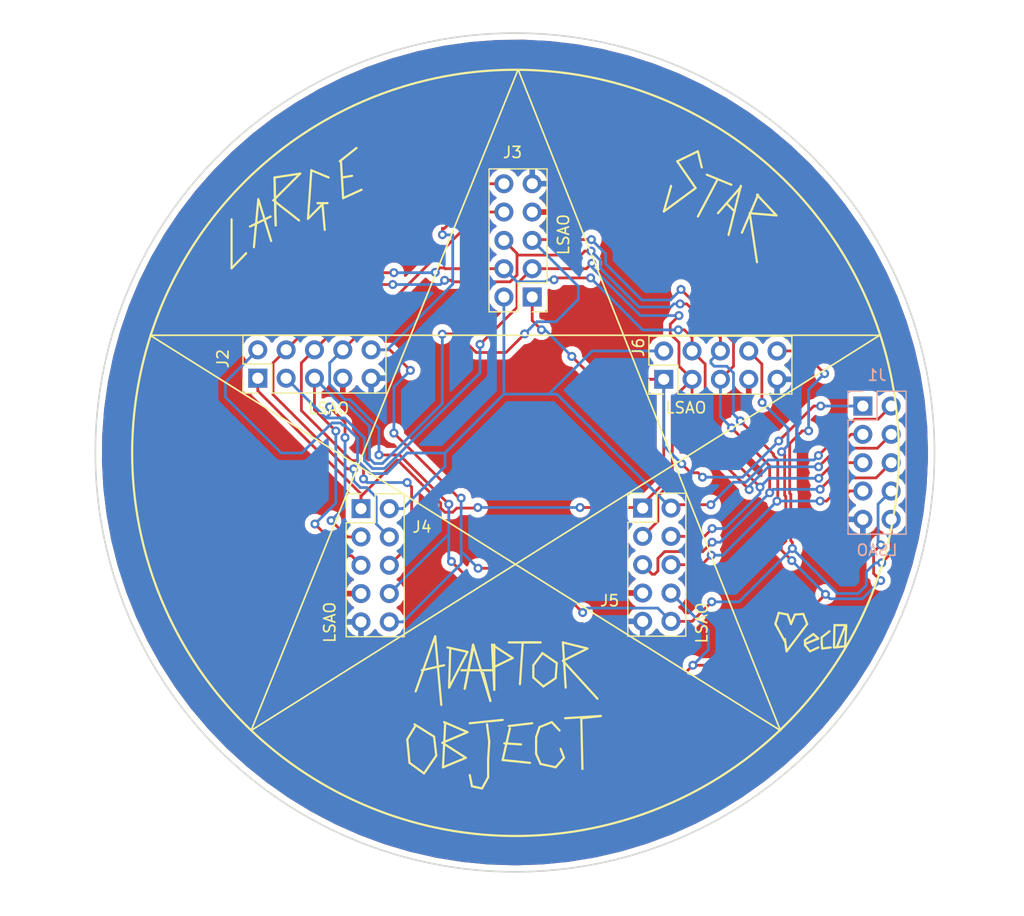
<source format=kicad_pcb>
(kicad_pcb (version 20171130) (host pcbnew 5.0.2-bee76a0~70~ubuntu18.10.1)

  (general
    (thickness 1.6)
    (drawings 126)
    (tracks 478)
    (zones 0)
    (modules 6)
    (nets 11)
  )

  (page A4)
  (layers
    (0 F.Cu signal)
    (31 B.Cu signal)
    (32 B.Adhes user)
    (33 F.Adhes user)
    (34 B.Paste user)
    (35 F.Paste user)
    (36 B.SilkS user)
    (37 F.SilkS user)
    (38 B.Mask user)
    (39 F.Mask user)
    (40 Dwgs.User user)
    (41 Cmts.User user)
    (42 Eco1.User user)
    (43 Eco2.User user)
    (44 Edge.Cuts user)
    (45 Margin user)
    (46 B.CrtYd user)
    (47 F.CrtYd user)
    (48 B.Fab user)
    (49 F.Fab user)
  )

  (setup
    (last_trace_width 0.25)
    (trace_clearance 0.2)
    (zone_clearance 0.508)
    (zone_45_only no)
    (trace_min 0.2)
    (segment_width 0.2)
    (edge_width 0.15)
    (via_size 0.8)
    (via_drill 0.4)
    (via_min_size 0.4)
    (via_min_drill 0.3)
    (uvia_size 0.3)
    (uvia_drill 0.1)
    (uvias_allowed no)
    (uvia_min_size 0.2)
    (uvia_min_drill 0.1)
    (pcb_text_width 0.3)
    (pcb_text_size 1.5 1.5)
    (mod_edge_width 0.15)
    (mod_text_size 1 1)
    (mod_text_width 0.15)
    (pad_size 1.524 1.524)
    (pad_drill 0.762)
    (pad_to_mask_clearance 0.051)
    (solder_mask_min_width 0.25)
    (aux_axis_origin 0 0)
    (visible_elements FFFFFF7F)
    (pcbplotparams
      (layerselection 0x010fc_ffffffff)
      (usegerberextensions false)
      (usegerberattributes false)
      (usegerberadvancedattributes false)
      (creategerberjobfile false)
      (excludeedgelayer true)
      (linewidth 0.100000)
      (plotframeref false)
      (viasonmask false)
      (mode 1)
      (useauxorigin false)
      (hpglpennumber 1)
      (hpglpenspeed 20)
      (hpglpendiameter 15.000000)
      (psnegative false)
      (psa4output false)
      (plotreference true)
      (plotvalue true)
      (plotinvisibletext false)
      (padsonsilk false)
      (subtractmaskfromsilk false)
      (outputformat 1)
      (mirror false)
      (drillshape 0)
      (scaleselection 1)
      (outputdirectory "./gerbs/"))
  )

  (net 0 "")
  (net 1 TXD)
  (net 2 RXD)
  (net 3 SCK)
  (net 4 MOSI)
  (net 5 RST)
  (net 6 MISO)
  (net 7 VCC)
  (net 8 SDA)
  (net 9 GND)
  (net 10 SCL)

  (net_class Default "This is the default net class."
    (clearance 0.2)
    (trace_width 0.25)
    (via_dia 0.8)
    (via_drill 0.4)
    (uvia_dia 0.3)
    (uvia_drill 0.1)
    (add_net GND)
    (add_net MISO)
    (add_net MOSI)
    (add_net RST)
    (add_net RXD)
    (add_net SCK)
    (add_net SCL)
    (add_net SDA)
    (add_net TXD)
    (add_net VCC)
  )

  (module Connector_PinSocket_2.54mm:PinSocket_2x05_P2.54mm_Vertical (layer B.Cu) (tedit 5CEB84C5) (tstamp 5D04E703)
    (at 93.94 58.9 180)
    (descr "Through hole straight socket strip, 2x05, 2.54mm pitch, double cols (from Kicad 4.0.7), script generated")
    (tags "Through hole socket strip THT 2x05 2.54mm double row")
    (path /5CF730AE)
    (fp_text reference J1 (at -1.27 2.77 180) (layer B.SilkS)
      (effects (font (size 1 1) (thickness 0.15)) (justify mirror))
    )
    (fp_text value LSAO (at -1.27 -12.93 180) (layer B.SilkS)
      (effects (font (size 1 1) (thickness 0.15)) (justify mirror))
    )
    (fp_line (start -3.81 1.27) (end 0.27 1.27) (layer B.Fab) (width 0.1))
    (fp_line (start 0.27 1.27) (end 1.27 0.27) (layer B.Fab) (width 0.1))
    (fp_line (start 1.27 0.27) (end 1.27 -11.43) (layer B.Fab) (width 0.1))
    (fp_line (start 1.27 -11.43) (end -3.81 -11.43) (layer B.Fab) (width 0.1))
    (fp_line (start -3.81 -11.43) (end -3.81 1.27) (layer B.Fab) (width 0.1))
    (fp_line (start -3.87 1.33) (end -1.27 1.33) (layer B.SilkS) (width 0.12))
    (fp_line (start -3.87 1.33) (end -3.87 -11.49) (layer B.SilkS) (width 0.12))
    (fp_line (start -3.87 -11.49) (end 1.33 -11.49) (layer B.SilkS) (width 0.12))
    (fp_line (start 1.33 -1.27) (end 1.33 -11.49) (layer B.SilkS) (width 0.12))
    (fp_line (start -1.27 -1.27) (end 1.33 -1.27) (layer B.SilkS) (width 0.12))
    (fp_line (start -1.27 1.33) (end -1.27 -1.27) (layer B.SilkS) (width 0.12))
    (fp_line (start 1.33 1.33) (end 1.33 0) (layer B.SilkS) (width 0.12))
    (fp_line (start 0 1.33) (end 1.33 1.33) (layer B.SilkS) (width 0.12))
    (fp_line (start -4.34 1.8) (end 1.76 1.8) (layer B.CrtYd) (width 0.05))
    (fp_line (start 1.76 1.8) (end 1.76 -11.9) (layer B.CrtYd) (width 0.05))
    (fp_line (start 1.76 -11.9) (end -4.34 -11.9) (layer B.CrtYd) (width 0.05))
    (fp_line (start -4.34 -11.9) (end -4.34 1.8) (layer B.CrtYd) (width 0.05))
    (fp_text user %R (at -0.94 -5.68 90) (layer B.Fab)
      (effects (font (size 1 1) (thickness 0.15)) (justify mirror))
    )
    (pad 1 thru_hole rect (at 0 0 180) (size 1.7 1.7) (drill 1) (layers *.Cu *.Mask)
      (net 1 TXD))
    (pad 2 thru_hole oval (at -2.54 0 180) (size 1.7 1.7) (drill 1) (layers *.Cu *.Mask)
      (net 2 RXD))
    (pad 3 thru_hole oval (at 0 -2.54 180) (size 1.7 1.7) (drill 1) (layers *.Cu *.Mask)
      (net 3 SCK))
    (pad 4 thru_hole oval (at -2.54 -2.54 180) (size 1.7 1.7) (drill 1) (layers *.Cu *.Mask)
      (net 4 MOSI))
    (pad 5 thru_hole oval (at 0 -5.08 180) (size 1.7 1.7) (drill 1) (layers *.Cu *.Mask)
      (net 5 RST))
    (pad 6 thru_hole oval (at -2.54 -5.08 180) (size 1.7 1.7) (drill 1) (layers *.Cu *.Mask)
      (net 6 MISO))
    (pad 7 thru_hole oval (at 0 -7.62 180) (size 1.7 1.7) (drill 1) (layers *.Cu *.Mask)
      (net 7 VCC))
    (pad 8 thru_hole oval (at -2.54 -7.62 180) (size 1.7 1.7) (drill 1) (layers *.Cu *.Mask)
      (net 8 SDA))
    (pad 9 thru_hole oval (at 0 -10.16 180) (size 1.7 1.7) (drill 1) (layers *.Cu *.Mask)
      (net 9 GND))
    (pad 10 thru_hole oval (at -2.54 -10.16 180) (size 1.7 1.7) (drill 1) (layers *.Cu *.Mask)
      (net 10 SCL))
    (model ${KISYS3DMOD}/Connector_PinSocket_2.54mm.3dshapes/PinSocket_2x05_P2.54mm_Vertical.wrl
      (at (xyz 0 0 0))
      (scale (xyz 1 1 1))
      (rotate (xyz 0 0 0))
    )
  )

  (module Connector_PinHeader_2.54mm:PinHeader_2x05_P2.54mm_Vertical (layer F.Cu) (tedit 5CEB84D0) (tstamp 5D04E268)
    (at 39.7 56.4 90)
    (descr "Through hole straight pin header, 2x05, 2.54mm pitch, double rows")
    (tags "Through hole pin header THT 2x05 2.54mm double row")
    (path /5CF73366)
    (fp_text reference J2 (at 1.75 -3.13 90) (layer F.SilkS)
      (effects (font (size 1 1) (thickness 0.15)))
    )
    (fp_text value LSAO (at -2.7 6.35 180) (layer F.SilkS)
      (effects (font (size 1 1) (thickness 0.15)))
    )
    (fp_line (start 0 -1.27) (end 3.81 -1.27) (layer F.Fab) (width 0.1))
    (fp_line (start 3.81 -1.27) (end 3.81 11.43) (layer F.Fab) (width 0.1))
    (fp_line (start 3.81 11.43) (end -1.27 11.43) (layer F.Fab) (width 0.1))
    (fp_line (start -1.27 11.43) (end -1.27 0) (layer F.Fab) (width 0.1))
    (fp_line (start -1.27 0) (end 0 -1.27) (layer F.Fab) (width 0.1))
    (fp_line (start -1.33 11.49) (end 3.87 11.49) (layer F.SilkS) (width 0.12))
    (fp_line (start -1.33 1.27) (end -1.33 11.49) (layer F.SilkS) (width 0.12))
    (fp_line (start 3.87 -1.33) (end 3.87 11.49) (layer F.SilkS) (width 0.12))
    (fp_line (start -1.33 1.27) (end 1.27 1.27) (layer F.SilkS) (width 0.12))
    (fp_line (start 1.27 1.27) (end 1.27 -1.33) (layer F.SilkS) (width 0.12))
    (fp_line (start 1.27 -1.33) (end 3.87 -1.33) (layer F.SilkS) (width 0.12))
    (fp_line (start -1.33 0) (end -1.33 -1.33) (layer F.SilkS) (width 0.12))
    (fp_line (start -1.33 -1.33) (end 0 -1.33) (layer F.SilkS) (width 0.12))
    (fp_line (start -1.8 -1.8) (end -1.8 11.95) (layer F.CrtYd) (width 0.05))
    (fp_line (start -1.8 11.95) (end 4.35 11.95) (layer F.CrtYd) (width 0.05))
    (fp_line (start 4.35 11.95) (end 4.35 -1.8) (layer F.CrtYd) (width 0.05))
    (fp_line (start 4.35 -1.8) (end -1.8 -1.8) (layer F.CrtYd) (width 0.05))
    (fp_text user %R (at 1.27 5.08 180) (layer F.Fab)
      (effects (font (size 1 1) (thickness 0.15)))
    )
    (pad 1 thru_hole rect (at 0 0 90) (size 1.7 1.7) (drill 1) (layers *.Cu *.Mask)
      (net 1 TXD))
    (pad 2 thru_hole oval (at 2.54 0 90) (size 1.7 1.7) (drill 1) (layers *.Cu *.Mask)
      (net 2 RXD))
    (pad 3 thru_hole oval (at 0 2.54 90) (size 1.7 1.7) (drill 1) (layers *.Cu *.Mask)
      (net 3 SCK))
    (pad 4 thru_hole oval (at 2.54 2.54 90) (size 1.7 1.7) (drill 1) (layers *.Cu *.Mask)
      (net 4 MOSI))
    (pad 5 thru_hole oval (at 0 5.08 90) (size 1.7 1.7) (drill 1) (layers *.Cu *.Mask)
      (net 5 RST))
    (pad 6 thru_hole oval (at 2.54 5.08 90) (size 1.7 1.7) (drill 1) (layers *.Cu *.Mask)
      (net 6 MISO))
    (pad 7 thru_hole oval (at 0 7.62 90) (size 1.7 1.7) (drill 1) (layers *.Cu *.Mask)
      (net 7 VCC))
    (pad 8 thru_hole oval (at 2.54 7.62 90) (size 1.7 1.7) (drill 1) (layers *.Cu *.Mask)
      (net 8 SDA))
    (pad 9 thru_hole oval (at 0 10.16 90) (size 1.7 1.7) (drill 1) (layers *.Cu *.Mask)
      (net 9 GND))
    (pad 10 thru_hole oval (at 2.54 10.16 90) (size 1.7 1.7) (drill 1) (layers *.Cu *.Mask)
      (net 10 SCL))
    (model ${KISYS3DMOD}/Connector_PinHeader_2.54mm.3dshapes/PinHeader_2x05_P2.54mm_Vertical.wrl
      (at (xyz 0 0 0))
      (scale (xyz 1 1 1))
      (rotate (xyz 0 0 0))
    )
  )

  (module Connector_PinHeader_2.54mm:PinHeader_2x05_P2.54mm_Vertical (layer F.Cu) (tedit 5CEB84F4) (tstamp 5D04E288)
    (at 64.3 49.12 180)
    (descr "Through hole straight pin header, 2x05, 2.54mm pitch, double rows")
    (tags "Through hole pin header THT 2x05 2.54mm double row")
    (path /5CF7349F)
    (fp_text reference J3 (at 1.77 12.97 180) (layer F.SilkS)
      (effects (font (size 1 1) (thickness 0.15)))
    )
    (fp_text value LSAO (at -2.8 5.6 270) (layer F.SilkS)
      (effects (font (size 1 1) (thickness 0.15)))
    )
    (fp_line (start 0 -1.27) (end 3.81 -1.27) (layer F.Fab) (width 0.1))
    (fp_line (start 3.81 -1.27) (end 3.81 11.43) (layer F.Fab) (width 0.1))
    (fp_line (start 3.81 11.43) (end -1.27 11.43) (layer F.Fab) (width 0.1))
    (fp_line (start -1.27 11.43) (end -1.27 0) (layer F.Fab) (width 0.1))
    (fp_line (start -1.27 0) (end 0 -1.27) (layer F.Fab) (width 0.1))
    (fp_line (start -1.33 11.49) (end 3.87 11.49) (layer F.SilkS) (width 0.12))
    (fp_line (start -1.33 1.27) (end -1.33 11.49) (layer F.SilkS) (width 0.12))
    (fp_line (start 3.87 -1.33) (end 3.87 11.49) (layer F.SilkS) (width 0.12))
    (fp_line (start -1.33 1.27) (end 1.27 1.27) (layer F.SilkS) (width 0.12))
    (fp_line (start 1.27 1.27) (end 1.27 -1.33) (layer F.SilkS) (width 0.12))
    (fp_line (start 1.27 -1.33) (end 3.87 -1.33) (layer F.SilkS) (width 0.12))
    (fp_line (start -1.33 0) (end -1.33 -1.33) (layer F.SilkS) (width 0.12))
    (fp_line (start -1.33 -1.33) (end 0 -1.33) (layer F.SilkS) (width 0.12))
    (fp_line (start -1.8 -1.8) (end -1.8 11.95) (layer F.CrtYd) (width 0.05))
    (fp_line (start -1.8 11.95) (end 4.35 11.95) (layer F.CrtYd) (width 0.05))
    (fp_line (start 4.35 11.95) (end 4.35 -1.8) (layer F.CrtYd) (width 0.05))
    (fp_line (start 4.35 -1.8) (end -1.8 -1.8) (layer F.CrtYd) (width 0.05))
    (fp_text user %R (at 1.27 5.08 270) (layer F.Fab)
      (effects (font (size 1 1) (thickness 0.15)))
    )
    (pad 1 thru_hole rect (at 0 0 180) (size 1.7 1.7) (drill 1) (layers *.Cu *.Mask)
      (net 1 TXD))
    (pad 2 thru_hole oval (at 2.54 0 180) (size 1.7 1.7) (drill 1) (layers *.Cu *.Mask)
      (net 2 RXD))
    (pad 3 thru_hole oval (at 0 2.54 180) (size 1.7 1.7) (drill 1) (layers *.Cu *.Mask)
      (net 3 SCK))
    (pad 4 thru_hole oval (at 2.54 2.54 180) (size 1.7 1.7) (drill 1) (layers *.Cu *.Mask)
      (net 4 MOSI))
    (pad 5 thru_hole oval (at 0 5.08 180) (size 1.7 1.7) (drill 1) (layers *.Cu *.Mask)
      (net 5 RST))
    (pad 6 thru_hole oval (at 2.54 5.08 180) (size 1.7 1.7) (drill 1) (layers *.Cu *.Mask)
      (net 6 MISO))
    (pad 7 thru_hole oval (at 0 7.62 180) (size 1.7 1.7) (drill 1) (layers *.Cu *.Mask)
      (net 7 VCC))
    (pad 8 thru_hole oval (at 2.54 7.62 180) (size 1.7 1.7) (drill 1) (layers *.Cu *.Mask)
      (net 8 SDA))
    (pad 9 thru_hole oval (at 0 10.16 180) (size 1.7 1.7) (drill 1) (layers *.Cu *.Mask)
      (net 9 GND))
    (pad 10 thru_hole oval (at 2.54 10.16 180) (size 1.7 1.7) (drill 1) (layers *.Cu *.Mask)
      (net 10 SCL))
    (model ${KISYS3DMOD}/Connector_PinHeader_2.54mm.3dshapes/PinHeader_2x05_P2.54mm_Vertical.wrl
      (at (xyz 0 0 0))
      (scale (xyz 1 1 1))
      (rotate (xyz 0 0 0))
    )
  )

  (module Connector_PinHeader_2.54mm:PinHeader_2x05_P2.54mm_Vertical (layer F.Cu) (tedit 5CEB84DF) (tstamp 5D04E2A8)
    (at 48.95 68.1)
    (descr "Through hole straight pin header, 2x05, 2.54mm pitch, double rows")
    (tags "Through hole pin header THT 2x05 2.54mm double row")
    (path /5CF73417)
    (fp_text reference J4 (at 5.47 1.65) (layer F.SilkS)
      (effects (font (size 1 1) (thickness 0.15)))
    )
    (fp_text value LSAO (at -2.8 10.2 90) (layer F.SilkS)
      (effects (font (size 1 1) (thickness 0.15)))
    )
    (fp_text user %R (at 1.27 5.08 90) (layer F.Fab)
      (effects (font (size 1 1) (thickness 0.15)))
    )
    (fp_line (start 4.35 -1.8) (end -1.8 -1.8) (layer F.CrtYd) (width 0.05))
    (fp_line (start 4.35 11.95) (end 4.35 -1.8) (layer F.CrtYd) (width 0.05))
    (fp_line (start -1.8 11.95) (end 4.35 11.95) (layer F.CrtYd) (width 0.05))
    (fp_line (start -1.8 -1.8) (end -1.8 11.95) (layer F.CrtYd) (width 0.05))
    (fp_line (start -1.33 -1.33) (end 0 -1.33) (layer F.SilkS) (width 0.12))
    (fp_line (start -1.33 0) (end -1.33 -1.33) (layer F.SilkS) (width 0.12))
    (fp_line (start 1.27 -1.33) (end 3.87 -1.33) (layer F.SilkS) (width 0.12))
    (fp_line (start 1.27 1.27) (end 1.27 -1.33) (layer F.SilkS) (width 0.12))
    (fp_line (start -1.33 1.27) (end 1.27 1.27) (layer F.SilkS) (width 0.12))
    (fp_line (start 3.87 -1.33) (end 3.87 11.49) (layer F.SilkS) (width 0.12))
    (fp_line (start -1.33 1.27) (end -1.33 11.49) (layer F.SilkS) (width 0.12))
    (fp_line (start -1.33 11.49) (end 3.87 11.49) (layer F.SilkS) (width 0.12))
    (fp_line (start -1.27 0) (end 0 -1.27) (layer F.Fab) (width 0.1))
    (fp_line (start -1.27 11.43) (end -1.27 0) (layer F.Fab) (width 0.1))
    (fp_line (start 3.81 11.43) (end -1.27 11.43) (layer F.Fab) (width 0.1))
    (fp_line (start 3.81 -1.27) (end 3.81 11.43) (layer F.Fab) (width 0.1))
    (fp_line (start 0 -1.27) (end 3.81 -1.27) (layer F.Fab) (width 0.1))
    (pad 10 thru_hole oval (at 2.54 10.16) (size 1.7 1.7) (drill 1) (layers *.Cu *.Mask)
      (net 10 SCL))
    (pad 9 thru_hole oval (at 0 10.16) (size 1.7 1.7) (drill 1) (layers *.Cu *.Mask)
      (net 9 GND))
    (pad 8 thru_hole oval (at 2.54 7.62) (size 1.7 1.7) (drill 1) (layers *.Cu *.Mask)
      (net 8 SDA))
    (pad 7 thru_hole oval (at 0 7.62) (size 1.7 1.7) (drill 1) (layers *.Cu *.Mask)
      (net 7 VCC))
    (pad 6 thru_hole oval (at 2.54 5.08) (size 1.7 1.7) (drill 1) (layers *.Cu *.Mask)
      (net 6 MISO))
    (pad 5 thru_hole oval (at 0 5.08) (size 1.7 1.7) (drill 1) (layers *.Cu *.Mask)
      (net 5 RST))
    (pad 4 thru_hole oval (at 2.54 2.54) (size 1.7 1.7) (drill 1) (layers *.Cu *.Mask)
      (net 4 MOSI))
    (pad 3 thru_hole oval (at 0 2.54) (size 1.7 1.7) (drill 1) (layers *.Cu *.Mask)
      (net 3 SCK))
    (pad 2 thru_hole oval (at 2.54 0) (size 1.7 1.7) (drill 1) (layers *.Cu *.Mask)
      (net 2 RXD))
    (pad 1 thru_hole rect (at 0 0) (size 1.7 1.7) (drill 1) (layers *.Cu *.Mask)
      (net 1 TXD))
    (model ${KISYS3DMOD}/Connector_PinHeader_2.54mm.3dshapes/PinHeader_2x05_P2.54mm_Vertical.wrl
      (at (xyz 0 0 0))
      (scale (xyz 1 1 1))
      (rotate (xyz 0 0 0))
    )
  )

  (module Connector_PinHeader_2.54mm:PinHeader_2x05_P2.54mm_Vertical (layer F.Cu) (tedit 5CEB84E8) (tstamp 5D04E2C8)
    (at 74.2 68.05)
    (descr "Through hole straight pin header, 2x05, 2.54mm pitch, double rows")
    (tags "Through hole pin header THT 2x05 2.54mm double row")
    (path /5CF73503)
    (fp_text reference J5 (at -2.96 8.31) (layer F.SilkS)
      (effects (font (size 1 1) (thickness 0.15)))
    )
    (fp_text value LSAO (at 5.3 10.3 90) (layer F.SilkS)
      (effects (font (size 1 1) (thickness 0.15)))
    )
    (fp_text user %R (at 1.27 5.08 90) (layer F.Fab)
      (effects (font (size 1 1) (thickness 0.15)))
    )
    (fp_line (start 4.35 -1.8) (end -1.8 -1.8) (layer F.CrtYd) (width 0.05))
    (fp_line (start 4.35 11.95) (end 4.35 -1.8) (layer F.CrtYd) (width 0.05))
    (fp_line (start -1.8 11.95) (end 4.35 11.95) (layer F.CrtYd) (width 0.05))
    (fp_line (start -1.8 -1.8) (end -1.8 11.95) (layer F.CrtYd) (width 0.05))
    (fp_line (start -1.33 -1.33) (end 0 -1.33) (layer F.SilkS) (width 0.12))
    (fp_line (start -1.33 0) (end -1.33 -1.33) (layer F.SilkS) (width 0.12))
    (fp_line (start 1.27 -1.33) (end 3.87 -1.33) (layer F.SilkS) (width 0.12))
    (fp_line (start 1.27 1.27) (end 1.27 -1.33) (layer F.SilkS) (width 0.12))
    (fp_line (start -1.33 1.27) (end 1.27 1.27) (layer F.SilkS) (width 0.12))
    (fp_line (start 3.87 -1.33) (end 3.87 11.49) (layer F.SilkS) (width 0.12))
    (fp_line (start -1.33 1.27) (end -1.33 11.49) (layer F.SilkS) (width 0.12))
    (fp_line (start -1.33 11.49) (end 3.87 11.49) (layer F.SilkS) (width 0.12))
    (fp_line (start -1.27 0) (end 0 -1.27) (layer F.Fab) (width 0.1))
    (fp_line (start -1.27 11.43) (end -1.27 0) (layer F.Fab) (width 0.1))
    (fp_line (start 3.81 11.43) (end -1.27 11.43) (layer F.Fab) (width 0.1))
    (fp_line (start 3.81 -1.27) (end 3.81 11.43) (layer F.Fab) (width 0.1))
    (fp_line (start 0 -1.27) (end 3.81 -1.27) (layer F.Fab) (width 0.1))
    (pad 10 thru_hole oval (at 2.54 10.16) (size 1.7 1.7) (drill 1) (layers *.Cu *.Mask)
      (net 10 SCL))
    (pad 9 thru_hole oval (at 0 10.16) (size 1.7 1.7) (drill 1) (layers *.Cu *.Mask)
      (net 9 GND))
    (pad 8 thru_hole oval (at 2.54 7.62) (size 1.7 1.7) (drill 1) (layers *.Cu *.Mask)
      (net 8 SDA))
    (pad 7 thru_hole oval (at 0 7.62) (size 1.7 1.7) (drill 1) (layers *.Cu *.Mask)
      (net 7 VCC))
    (pad 6 thru_hole oval (at 2.54 5.08) (size 1.7 1.7) (drill 1) (layers *.Cu *.Mask)
      (net 6 MISO))
    (pad 5 thru_hole oval (at 0 5.08) (size 1.7 1.7) (drill 1) (layers *.Cu *.Mask)
      (net 5 RST))
    (pad 4 thru_hole oval (at 2.54 2.54) (size 1.7 1.7) (drill 1) (layers *.Cu *.Mask)
      (net 4 MOSI))
    (pad 3 thru_hole oval (at 0 2.54) (size 1.7 1.7) (drill 1) (layers *.Cu *.Mask)
      (net 3 SCK))
    (pad 2 thru_hole oval (at 2.54 0) (size 1.7 1.7) (drill 1) (layers *.Cu *.Mask)
      (net 2 RXD))
    (pad 1 thru_hole rect (at 0 0) (size 1.7 1.7) (drill 1) (layers *.Cu *.Mask)
      (net 1 TXD))
    (model ${KISYS3DMOD}/Connector_PinHeader_2.54mm.3dshapes/PinHeader_2x05_P2.54mm_Vertical.wrl
      (at (xyz 0 0 0))
      (scale (xyz 1 1 1))
      (rotate (xyz 0 0 0))
    )
  )

  (module Connector_PinHeader_2.54mm:PinHeader_2x05_P2.54mm_Vertical (layer F.Cu) (tedit 5CEB8731) (tstamp 5CEB8E9A)
    (at 76.09 56.5 90)
    (descr "Through hole straight pin header, 2x05, 2.54mm pitch, double rows")
    (tags "Through hole pin header THT 2x05 2.54mm double row")
    (path /5CEB8769)
    (fp_text reference J6 (at 2.86 -2.27 90) (layer F.SilkS)
      (effects (font (size 1 1) (thickness 0.15)))
    )
    (fp_text value LSAO (at -2.55 1.99 180) (layer F.SilkS)
      (effects (font (size 1 1) (thickness 0.15)))
    )
    (fp_line (start 0 -1.27) (end 3.81 -1.27) (layer F.Fab) (width 0.1))
    (fp_line (start 3.81 -1.27) (end 3.81 11.43) (layer F.Fab) (width 0.1))
    (fp_line (start 3.81 11.43) (end -1.27 11.43) (layer F.Fab) (width 0.1))
    (fp_line (start -1.27 11.43) (end -1.27 0) (layer F.Fab) (width 0.1))
    (fp_line (start -1.27 0) (end 0 -1.27) (layer F.Fab) (width 0.1))
    (fp_line (start -1.33 11.49) (end 3.87 11.49) (layer F.SilkS) (width 0.12))
    (fp_line (start -1.33 1.27) (end -1.33 11.49) (layer F.SilkS) (width 0.12))
    (fp_line (start 3.87 -1.33) (end 3.87 11.49) (layer F.SilkS) (width 0.12))
    (fp_line (start -1.33 1.27) (end 1.27 1.27) (layer F.SilkS) (width 0.12))
    (fp_line (start 1.27 1.27) (end 1.27 -1.33) (layer F.SilkS) (width 0.12))
    (fp_line (start 1.27 -1.33) (end 3.87 -1.33) (layer F.SilkS) (width 0.12))
    (fp_line (start -1.33 0) (end -1.33 -1.33) (layer F.SilkS) (width 0.12))
    (fp_line (start -1.33 -1.33) (end 0 -1.33) (layer F.SilkS) (width 0.12))
    (fp_line (start -1.8 -1.8) (end -1.8 11.95) (layer F.CrtYd) (width 0.05))
    (fp_line (start -1.8 11.95) (end 4.35 11.95) (layer F.CrtYd) (width 0.05))
    (fp_line (start 4.35 11.95) (end 4.35 -1.8) (layer F.CrtYd) (width 0.05))
    (fp_line (start 4.35 -1.8) (end -1.8 -1.8) (layer F.CrtYd) (width 0.05))
    (fp_text user %R (at 1.27 5.08 180) (layer F.Fab)
      (effects (font (size 1 1) (thickness 0.15)))
    )
    (pad 1 thru_hole rect (at 0 0 90) (size 1.7 1.7) (drill 1) (layers *.Cu *.Mask)
      (net 1 TXD))
    (pad 2 thru_hole oval (at 2.54 0 90) (size 1.7 1.7) (drill 1) (layers *.Cu *.Mask)
      (net 2 RXD))
    (pad 3 thru_hole oval (at 0 2.54 90) (size 1.7 1.7) (drill 1) (layers *.Cu *.Mask)
      (net 3 SCK))
    (pad 4 thru_hole oval (at 2.54 2.54 90) (size 1.7 1.7) (drill 1) (layers *.Cu *.Mask)
      (net 4 MOSI))
    (pad 5 thru_hole oval (at 0 5.08 90) (size 1.7 1.7) (drill 1) (layers *.Cu *.Mask)
      (net 5 RST))
    (pad 6 thru_hole oval (at 2.54 5.08 90) (size 1.7 1.7) (drill 1) (layers *.Cu *.Mask)
      (net 6 MISO))
    (pad 7 thru_hole oval (at 0 7.62 90) (size 1.7 1.7) (drill 1) (layers *.Cu *.Mask)
      (net 7 VCC))
    (pad 8 thru_hole oval (at 2.54 7.62 90) (size 1.7 1.7) (drill 1) (layers *.Cu *.Mask)
      (net 8 SDA))
    (pad 9 thru_hole oval (at 0 10.16 90) (size 1.7 1.7) (drill 1) (layers *.Cu *.Mask)
      (net 9 GND))
    (pad 10 thru_hole oval (at 2.54 10.16 90) (size 1.7 1.7) (drill 1) (layers *.Cu *.Mask)
      (net 10 SCL))
    (model ${KISYS3DMOD}/Connector_PinHeader_2.54mm.3dshapes/PinHeader_2x05_P2.54mm_Vertical.wrl
      (at (xyz 0 0 0))
      (scale (xyz 1 1 1))
      (rotate (xyz 0 0 0))
    )
  )

  (gr_line (start 92.35 78.65) (end 91.6 80.55) (layer F.SilkS) (width 0.2))
  (gr_line (start 92.35 80.45) (end 92.45 78.65) (layer F.SilkS) (width 0.2))
  (gr_line (start 91.35 80.55) (end 92.35 80.45) (layer F.SilkS) (width 0.2))
  (gr_line (start 91.4 78.55) (end 91.35 80.55) (layer F.SilkS) (width 0.2))
  (gr_line (start 92.45 78.55) (end 91.4 78.55) (layer F.SilkS) (width 0.2))
  (gr_line (start 90.3 80.65) (end 91.05 80.55) (layer F.SilkS) (width 0.2))
  (gr_line (start 90.25 80.2) (end 90.3 80.65) (layer F.SilkS) (width 0.2))
  (gr_line (start 90.25 79.65) (end 90.25 80.2) (layer F.SilkS) (width 0.2))
  (gr_line (start 90.95 79.1) (end 90.25 79.65) (layer F.SilkS) (width 0.2))
  (gr_line (start 89.2 80.9) (end 89.95 80.55) (layer F.SilkS) (width 0.2))
  (gr_line (start 88.75 80.35) (end 89.2 80.9) (layer F.SilkS) (width 0.2))
  (gr_line (start 88.75 79.9) (end 88.75 80.35) (layer F.SilkS) (width 0.2))
  (gr_line (start 89.5 79.35) (end 88.75 79.9) (layer F.SilkS) (width 0.2))
  (gr_line (start 89.95 79.75) (end 89.5 79.35) (layer F.SilkS) (width 0.2))
  (gr_line (start 88.85 80.2) (end 89.95 79.75) (layer F.SilkS) (width 0.2))
  (gr_line (start 87.1 80.9) (end 86.95 79.8) (layer F.SilkS) (width 0.2))
  (gr_line (start 88.95 78.45) (end 87.1 80.9) (layer F.SilkS) (width 0.2))
  (gr_line (start 88.6 77.55) (end 88.95 78.45) (layer F.SilkS) (width 0.2))
  (gr_line (start 87.85 77.6) (end 88.6 77.55) (layer F.SilkS) (width 0.2))
  (gr_line (start 87.5 78.45) (end 87.85 77.6) (layer F.SilkS) (width 0.2))
  (gr_line (start 87.2 77.6) (end 87.5 78.45) (layer F.SilkS) (width 0.2))
  (gr_line (start 86.4 77.45) (end 87.2 77.6) (layer F.SilkS) (width 0.2))
  (gr_line (start 86.1 78.45) (end 86.4 77.45) (layer F.SilkS) (width 0.2))
  (gr_line (start 87 80.1) (end 86.1 78.45) (layer F.SilkS) (width 0.2))
  (gr_line (start 68.7 86.9) (end 68.8 91.45) (layer F.SilkS) (width 0.2))
  (gr_line (start 70.45 86.7) (end 68.7 86.9) (layer F.SilkS) (width 0.2))
  (gr_line (start 67.25 86.9) (end 70.45 86.7) (layer F.SilkS) (width 0.2))
  (gr_line (start 67.15 90.45) (end 66.85 89.65) (layer F.SilkS) (width 0.2))
  (gr_line (start 66.4 91.3) (end 67.15 90.45) (layer F.SilkS) (width 0.2))
  (gr_line (start 65.05 91) (end 66.4 91.3) (layer F.SilkS) (width 0.2))
  (gr_line (start 64.65 90.1) (end 65.05 91) (layer F.SilkS) (width 0.2))
  (gr_line (start 64.65 88.6) (end 64.65 90.1) (layer F.SilkS) (width 0.2))
  (gr_line (start 64.95 87.7) (end 64.65 88.6) (layer F.SilkS) (width 0.2))
  (gr_line (start 66.05 87.25) (end 64.95 87.7) (layer F.SilkS) (width 0.2))
  (gr_line (start 66.75 88) (end 66.05 87.25) (layer F.SilkS) (width 0.2))
  (gr_line (start 62.2 87.6) (end 64.3 87.35) (layer F.SilkS) (width 0.2))
  (gr_line (start 61.8 89.15) (end 63.3 89.25) (layer F.SilkS) (width 0.2))
  (gr_line (start 61.65 90.65) (end 64.1 90.9) (layer F.SilkS) (width 0.2))
  (gr_line (start 62.3 87.8) (end 61.65 90.65) (layer F.SilkS) (width 0.2))
  (gr_line (start 58.9 93) (end 58.7 92) (layer F.SilkS) (width 0.2))
  (gr_line (start 59.8 93.2) (end 58.9 93) (layer F.SilkS) (width 0.2))
  (gr_line (start 60.35 92.2) (end 59.8 93.2) (layer F.SilkS) (width 0.2))
  (gr_line (start 60.35 90.55) (end 60.35 92.2) (layer F.SilkS) (width 0.2))
  (gr_line (start 60.45 89) (end 60.35 90.55) (layer F.SilkS) (width 0.2))
  (gr_line (start 60.25 87.45) (end 60.45 89) (layer F.SilkS) (width 0.2))
  (gr_line (start 58.7 87.35) (end 61.65 87.05) (layer F.SilkS) (width 0.2))
  (gr_line (start 58.5 88.15) (end 56.4 87.25) (layer F.SilkS) (width 0.2))
  (gr_line (start 56.25 89.1) (end 58.5 88.15) (layer F.SilkS) (width 0.2))
  (gr_line (start 58.35 90.45) (end 56.25 89.1) (layer F.SilkS) (width 0.2))
  (gr_line (start 56.3 91.3) (end 58.35 90.45) (layer F.SilkS) (width 0.2))
  (gr_line (start 56.5 87.35) (end 56.3 91.3) (layer F.SilkS) (width 0.2))
  (gr_line (start 55.5 88.55) (end 53.75 87.45) (layer F.SilkS) (width 0.2))
  (gr_line (start 55.7 90.25) (end 55.5 88.55) (layer F.SilkS) (width 0.2))
  (gr_line (start 54.6 91.85) (end 55.7 90.25) (layer F.SilkS) (width 0.2))
  (gr_line (start 53.3 90.9) (end 54.6 91.85) (layer F.SilkS) (width 0.2))
  (gr_line (start 53.1 88.8) (end 53.3 90.9) (layer F.SilkS) (width 0.2))
  (gr_line (start 53.85 87.55) (end 53.1 88.8) (layer F.SilkS) (width 0.2))
  (gr_line (start 67.05 81.75) (end 70.15 85.15) (layer F.SilkS) (width 0.2))
  (gr_line (start 69.25 80.65) (end 67.05 81.75) (layer F.SilkS) (width 0.2))
  (gr_line (start 67.05 80.1) (end 69.25 80.65) (layer F.SilkS) (width 0.2))
  (gr_line (start 67.05 80.1) (end 67.3 84.15) (layer F.SilkS) (width 0.2))
  (gr_line (start 66.5 81.95) (end 65.2 81.05) (layer F.SilkS) (width 0.2))
  (gr_line (start 66.4 83.3) (end 66.5 81.95) (layer F.SilkS) (width 0.2))
  (gr_line (start 65.3 84.05) (end 66.4 83.3) (layer F.SilkS) (width 0.2))
  (gr_line (start 64.4 83.25) (end 65.3 84.05) (layer F.SilkS) (width 0.2))
  (gr_line (start 64.4 82.15) (end 64.4 83.25) (layer F.SilkS) (width 0.2))
  (gr_line (start 65.2 81.1) (end 64.4 82.15) (layer F.SilkS) (width 0.2))
  (gr_line (start 63.45 80.1) (end 63.2 83.85) (layer F.SilkS) (width 0.2))
  (gr_line (start 65.05 80.1) (end 63.45 80.1) (layer F.SilkS) (width 0.2))
  (gr_line (start 62.2 80.1) (end 65.05 80.1) (layer F.SilkS) (width 0.2))
  (gr_line (start 62.55 81.5) (end 60.9 82.3) (layer F.SilkS) (width 0.2))
  (gr_line (start 60.7 80.3) (end 62.55 81.5) (layer F.SilkS) (width 0.2))
  (gr_line (start 60.9 84.35) (end 60.7 80.3) (layer F.SilkS) (width 0.2))
  (gr_line (start 60.9 80.3) (end 60.9 84.35) (layer F.SilkS) (width 0.2))
  (gr_line (start 57.95 82.6) (end 60.7 82.6) (layer F.SilkS) (width 0.2))
  (gr_line (start 60.55 85.35) (end 59.9 82.85) (layer F.SilkS) (width 0.2))
  (gr_line (start 59 80.3) (end 60.55 85.35) (layer F.SilkS) (width 0.2))
  (gr_line (start 58.25 84.25) (end 59 80.3) (layer F.SilkS) (width 0.2))
  (gr_line (start 59.05 80.4) (end 58.25 84.25) (layer F.SilkS) (width 0.2))
  (gr_line (start 58.5 80.95) (end 56.7 80.55) (layer F.SilkS) (width 0.2))
  (gr_line (start 56.85 84.15) (end 58.5 80.95) (layer F.SilkS) (width 0.2))
  (gr_line (start 56.95 80.65) (end 56.85 84.15) (layer F.SilkS) (width 0.2))
  (gr_line (start 54.4 82.6) (end 56.4 82.15) (layer F.SilkS) (width 0.2))
  (gr_line (start 55.6 79.55) (end 56.15 85.7) (layer F.SilkS) (width 0.2))
  (gr_line (start 53.85 84.5) (end 55.6 79.55) (layer F.SilkS) (width 0.2))
  (gr_line (start 83.8 41.6) (end 84.45 46) (layer F.SilkS) (width 0.2))
  (gr_line (start 86.2 41.8) (end 83.8 41.6) (layer F.SilkS) (width 0.2))
  (gr_line (start 84.45 39.95) (end 86.2 41.8) (layer F.SilkS) (width 0.2))
  (gr_line (start 84.55 39.95) (end 83.1 43.35) (layer F.SilkS) (width 0.2))
  (gr_line (start 81.7 40.7) (end 82.45 41.45) (layer F.SilkS) (width 0.2))
  (gr_line (start 83 39.15) (end 81.9 43.55) (layer F.SilkS) (width 0.2))
  (gr_line (start 83 39.25) (end 80.95 41.6) (layer F.SilkS) (width 0.2))
  (gr_line (start 80.9 38.6) (end 79.15 41.9) (layer F.SilkS) (width 0.2))
  (gr_line (start 79.95 38.15) (end 82.15 39.05) (layer F.SilkS) (width 0.2))
  (gr_line (start 76.1 41.45) (end 76.75 39.15) (layer F.SilkS) (width 0.2))
  (gr_line (start 78.95 39.35) (end 76.1 41.45) (layer F.SilkS) (width 0.2))
  (gr_line (start 77.3 36.95) (end 78.95 39.35) (layer F.SilkS) (width 0.2))
  (gr_line (start 79.15 36.05) (end 77.3 36.95) (layer F.SilkS) (width 0.2))
  (gr_line (start 79.5 37.5) (end 79.15 36.05) (layer F.SilkS) (width 0.2))
  (gr_line (start 47.25 38.4) (end 48.15 38.25) (layer F.SilkS) (width 0.2))
  (gr_line (start 47.05 36.95) (end 48.55 35.75) (layer F.SilkS) (width 0.2))
  (gr_line (start 47.35 40.25) (end 49 39.5) (layer F.SilkS) (width 0.2))
  (gr_line (start 47.15 36.85) (end 47.35 40.25) (layer F.SilkS) (width 0.2))
  (gr_line (start 45.05 40.7) (end 45.95 40.7) (layer F.SilkS) (width 0.2))
  (gr_line (start 45.5 40.8) (end 45.7 43.1) (layer F.SilkS) (width 0.2))
  (gr_line (start 44.2 42.1) (end 45.5 40.8) (layer F.SilkS) (width 0.2))
  (gr_line (start 44.5 37.75) (end 44.2 42.1) (layer F.SilkS) (width 0.2))
  (gr_line (start 46.05 38.4) (end 44.5 37.75) (layer F.SilkS) (width 0.2))
  (gr_line (start 41.1 40.45) (end 43.4 42.25) (layer F.SilkS) (width 0.2))
  (gr_line (start 43.5 38.05) (end 41.1 40.45) (layer F.SilkS) (width 0.2))
  (gr_line (start 41.2 38.4) (end 43.5 38.05) (layer F.SilkS) (width 0.2))
  (gr_line (start 41.3 42.7) (end 41.2 38.4) (layer F.SilkS) (width 0.2))
  (gr_line (start 41.2 38.4) (end 41.3 42.7) (layer F.SilkS) (width 0.2))
  (gr_line (start 39 42.8) (end 40.85 41.9) (layer F.SilkS) (width 0.2))
  (gr_line (start 39.75 40.35) (end 40.9 44.1) (layer F.SilkS) (width 0.2))
  (gr_line (start 39.35 44.65) (end 39.75 40.35) (layer F.SilkS) (width 0.2))
  (gr_line (start 38.65 45.2) (end 38.55 45.3) (layer F.SilkS) (width 0.2))
  (gr_line (start 37.35 46.55) (end 38.65 45.2) (layer F.SilkS) (width 0.2))
  (gr_line (start 37.35 42.15) (end 37.35 46.55) (layer F.SilkS) (width 0.2))
  (gr_line (start 86.55 88) (end 63.05 28.75) (layer F.SilkS) (width 0.15))
  (gr_line (start 30.05 52.55) (end 86.55 88) (layer F.SilkS) (width 0.15))
  (gr_line (start 95.45 52.55) (end 30.05 52.55) (layer F.SilkS) (width 0.15))
  (gr_line (start 39.1 88) (end 95.45 52.55) (layer F.SilkS) (width 0.15))
  (gr_line (start 63 28.8) (end 39.1 88) (layer F.SilkS) (width 0.15))
  (gr_circle (center 62.75 63.063594) (end 93.15 40.913594) (layer Edge.Cuts) (width 0.15))
  (gr_circle (center 62.8 63.1) (end 88.9 40.75) (layer F.SilkS) (width 0.2))

  (segment (start 74.99 56.5) (end 76.09 56.5) (width 0.25) (layer F.Cu) (net 1))
  (segment (start 48.95 66.783004) (end 39.7 57.533004) (width 0.25) (layer F.Cu) (net 1))
  (segment (start 39.7 57.5) (end 39.7 56.4) (width 0.25) (layer F.Cu) (net 1))
  (segment (start 48.95 68.1) (end 48.95 66.783004) (width 0.25) (layer F.Cu) (net 1))
  (segment (start 39.7 57.533004) (end 39.7 57.5) (width 0.25) (layer F.Cu) (net 1))
  (segment (start 56.471998 68.425002) (end 56.094998 68.048002) (width 0.25) (layer F.Cu) (net 1))
  (segment (start 56.094998 68.048002) (end 56.094998 67.611408) (width 0.25) (layer F.Cu) (net 1))
  (segment (start 52.209989 63.740011) (end 48.95 67) (width 0.25) (layer F.Cu) (net 1))
  (segment (start 52.223601 63.740011) (end 52.209989 63.740011) (width 0.25) (layer F.Cu) (net 1))
  (segment (start 48.95 67) (end 48.95 68.1) (width 0.25) (layer F.Cu) (net 1))
  (segment (start 57.543004 68.05) (end 57.168002 68.425002) (width 0.25) (layer F.Cu) (net 1))
  (segment (start 56.094998 67.611408) (end 52.223601 63.740011) (width 0.25) (layer F.Cu) (net 1))
  (segment (start 57.168002 68.425002) (end 56.471998 68.425002) (width 0.25) (layer F.Cu) (net 1))
  (via (at 67.85 54.45) (size 0.8) (drill 0.4) (layers F.Cu B.Cu) (net 1))
  (segment (start 74.99 56.5) (end 69.9 56.5) (width 0.25) (layer F.Cu) (net 1))
  (segment (start 69.9 56.5) (end 67.85 54.45) (width 0.25) (layer F.Cu) (net 1))
  (via (at 65.13 52.06) (size 0.8) (drill 0.4) (layers F.Cu B.Cu) (net 1))
  (segment (start 67.85 54.45) (end 65.46 52.06) (width 0.25) (layer B.Cu) (net 1))
  (segment (start 65.46 52.06) (end 65.13 52.06) (width 0.25) (layer B.Cu) (net 1))
  (segment (start 64.3 51.23) (end 65.13 52.06) (width 0.25) (layer F.Cu) (net 1))
  (segment (start 64.3 49.12) (end 64.3 51.23) (width 0.25) (layer F.Cu) (net 1))
  (via (at 59.42 68) (size 0.8) (drill 0.4) (layers F.Cu B.Cu) (net 1))
  (segment (start 57.543004 68.05) (end 59.37 68.05) (width 0.25) (layer F.Cu) (net 1))
  (segment (start 59.37 68.05) (end 59.42 68) (width 0.25) (layer F.Cu) (net 1))
  (via (at 68.59 68) (size 0.8) (drill 0.4) (layers F.Cu B.Cu) (net 1))
  (segment (start 59.42 68) (end 68.59 68) (width 0.25) (layer B.Cu) (net 1))
  (segment (start 74.15 68) (end 74.2 68.05) (width 0.25) (layer F.Cu) (net 1))
  (segment (start 68.59 68) (end 74.15 68) (width 0.25) (layer F.Cu) (net 1))
  (segment (start 76.09 56.5) (end 76.09 65.81359) (width 0.25) (layer F.Cu) (net 1))
  (segment (start 74.2 67.70359) (end 74.2 68.05) (width 0.25) (layer F.Cu) (net 1))
  (segment (start 76.09 65.81359) (end 74.2 67.70359) (width 0.25) (layer F.Cu) (net 1))
  (via (at 79.56 65.28) (size 0.8) (drill 0.4) (layers F.Cu B.Cu) (net 1))
  (segment (start 79.160001 64.880001) (end 78.500001 64.880001) (width 0.25) (layer F.Cu) (net 1))
  (segment (start 79.56 65.28) (end 79.160001 64.880001) (width 0.25) (layer F.Cu) (net 1))
  (via (at 77.7 64.08) (size 0.8) (drill 0.4) (layers F.Cu B.Cu) (net 1))
  (segment (start 78.500001 64.880001) (end 77.7 64.08) (width 0.25) (layer F.Cu) (net 1))
  (segment (start 76.09 62.47) (end 76.09 56.5) (width 0.25) (layer B.Cu) (net 1))
  (segment (start 77.7 64.08) (end 76.09 62.47) (width 0.25) (layer B.Cu) (net 1))
  (segment (start 83.156586 65.28) (end 85.998856 62.43773) (width 0.25) (layer B.Cu) (net 1))
  (via (at 86.398855 62.037731) (size 0.8) (drill 0.4) (layers F.Cu B.Cu) (net 1))
  (segment (start 85.998856 62.43773) (end 86.398855 62.037731) (width 0.25) (layer B.Cu) (net 1))
  (segment (start 89.536586 58.9) (end 86.798854 61.637732) (width 0.25) (layer F.Cu) (net 1))
  (segment (start 79.56 65.28) (end 83.156586 65.28) (width 0.25) (layer B.Cu) (net 1))
  (segment (start 86.798854 61.637732) (end 86.398855 62.037731) (width 0.25) (layer F.Cu) (net 1))
  (segment (start 89.65 58.9) (end 89.536586 58.9) (width 0.25) (layer F.Cu) (net 1))
  (via (at 90.16 58.9) (size 0.8) (drill 0.4) (layers F.Cu B.Cu) (net 1))
  (segment (start 89.65 58.9) (end 90.16 58.9) (width 0.25) (layer F.Cu) (net 1))
  (segment (start 90.725685 58.9) (end 93.94 58.9) (width 0.25) (layer B.Cu) (net 1))
  (segment (start 90.16 58.9) (end 90.725685 58.9) (width 0.25) (layer B.Cu) (net 1))
  (segment (start 61.76 57.83) (end 61.76 49.12) (width 0.25) (layer B.Cu) (net 2))
  (segment (start 69.67 53.96) (end 76.09 53.96) (width 0.25) (layer B.Cu) (net 2))
  (segment (start 65.8 57.83) (end 69.67 53.96) (width 0.25) (layer B.Cu) (net 2))
  (segment (start 65.64 57.83) (end 66.52 57.83) (width 0.25) (layer B.Cu) (net 2))
  (segment (start 61.76 57.83) (end 65.64 57.83) (width 0.25) (layer B.Cu) (net 2))
  (segment (start 66.52 57.83) (end 76.74 68.05) (width 0.25) (layer B.Cu) (net 2))
  (segment (start 65.64 57.83) (end 65.8 57.83) (width 0.25) (layer B.Cu) (net 2))
  (segment (start 52.692081 68.1) (end 56.480011 64.31207) (width 0.25) (layer B.Cu) (net 2))
  (segment (start 56.480011 64.31207) (end 56.480011 63.109989) (width 0.25) (layer B.Cu) (net 2))
  (segment (start 51.49 68.1) (end 52.692081 68.1) (width 0.25) (layer B.Cu) (net 2))
  (segment (start 56.480011 63.109989) (end 61.76 57.83) (width 0.25) (layer B.Cu) (net 2))
  (segment (start 47.321999 60.615001) (end 47.478005 60.615001) (width 0.25) (layer B.Cu) (net 2))
  (segment (start 39.7 53.86) (end 36.79 56.77) (width 0.25) (layer B.Cu) (net 2))
  (segment (start 46.34494 60.418404) (end 47.125402 60.418404) (width 0.25) (layer B.Cu) (net 2))
  (segment (start 48.643012 61.780008) (end 48.643012 63.808076) (width 0.25) (layer B.Cu) (net 2))
  (segment (start 48.643012 63.808076) (end 49.78996 64.955024) (width 0.25) (layer B.Cu) (net 2))
  (segment (start 47.125402 60.418404) (end 47.321999 60.615001) (width 0.25) (layer B.Cu) (net 2))
  (segment (start 41.799989 63.109989) (end 43.653355 63.109989) (width 0.25) (layer B.Cu) (net 2))
  (segment (start 36.79 56.77) (end 36.79 58.1) (width 0.25) (layer B.Cu) (net 2))
  (segment (start 49.78996 64.955024) (end 51.240802 64.955024) (width 0.25) (layer B.Cu) (net 2))
  (segment (start 36.79 58.1) (end 41.799989 63.109989) (width 0.25) (layer B.Cu) (net 2))
  (segment (start 43.653355 63.109989) (end 46.34494 60.418404) (width 0.25) (layer B.Cu) (net 2))
  (segment (start 47.478005 60.615001) (end 48.643012 61.780008) (width 0.25) (layer B.Cu) (net 2))
  (segment (start 51.240802 64.955024) (end 53.085837 63.109989) (width 0.25) (layer B.Cu) (net 2))
  (segment (start 53.085837 63.109989) (end 56.480011 63.109989) (width 0.25) (layer B.Cu) (net 2))
  (via (at 80.31 67.75) (size 0.8) (drill 0.4) (layers F.Cu B.Cu) (net 2))
  (segment (start 77.04 67.75) (end 76.74 68.05) (width 0.25) (layer F.Cu) (net 2))
  (segment (start 80.31 67.75) (end 77.04 67.75) (width 0.25) (layer F.Cu) (net 2))
  (segment (start 95.304999 60.075001) (end 93.219679 60.075001) (width 0.25) (layer F.Cu) (net 2))
  (segment (start 96.48 58.9) (end 95.304999 60.075001) (width 0.25) (layer F.Cu) (net 2))
  (segment (start 90.357339 62.937341) (end 89.95734 63.33734) (width 0.25) (layer F.Cu) (net 2))
  (segment (start 93.219679 60.075001) (end 90.357339 62.937341) (width 0.25) (layer F.Cu) (net 2))
  (via (at 89.95734 63.33734) (size 0.8) (drill 0.4) (layers F.Cu B.Cu) (net 2))
  (segment (start 82.329989 65.730011) (end 83.4564 65.730011) (width 0.25) (layer B.Cu) (net 2))
  (segment (start 85.449072 63.737339) (end 89.557341 63.737339) (width 0.25) (layer B.Cu) (net 2))
  (segment (start 89.557341 63.737339) (end 89.95734 63.33734) (width 0.25) (layer B.Cu) (net 2))
  (segment (start 83.4564 65.730011) (end 85.449072 63.737339) (width 0.25) (layer B.Cu) (net 2))
  (segment (start 80.31 67.75) (end 82.329989 65.730011) (width 0.25) (layer B.Cu) (net 2))
  (via (at 59.62 53.37) (size 0.8) (drill 0.4) (layers F.Cu B.Cu) (net 3))
  (segment (start 63.450001 47.429999) (end 64.3 46.58) (width 0.25) (layer F.Cu) (net 3))
  (segment (start 62.935001 47.944999) (end 63.450001 47.429999) (width 0.25) (layer F.Cu) (net 3))
  (segment (start 62.935001 50.054999) (end 62.935001 47.944999) (width 0.25) (layer F.Cu) (net 3))
  (segment (start 59.62 53.37) (end 62.935001 50.054999) (width 0.25) (layer F.Cu) (net 3))
  (via (at 77.454999 50.784999) (size 0.8) (drill 0.4) (layers F.Cu B.Cu) (net 3))
  (via (at 46.27 69.17) (size 0.8) (drill 0.4) (layers F.Cu B.Cu) (net 3))
  (segment (start 48.95 70.64) (end 47.74 70.64) (width 0.25) (layer F.Cu) (net 3))
  (segment (start 47.74 70.64) (end 46.27 69.17) (width 0.25) (layer F.Cu) (net 3))
  (via (at 47.52 61.73) (size 0.8) (drill 0.4) (layers F.Cu B.Cu) (net 3))
  (segment (start 47.52 67.92) (end 47.52 61.73) (width 0.25) (layer B.Cu) (net 3))
  (segment (start 46.27 69.17) (end 47.52 67.92) (width 0.25) (layer B.Cu) (net 3))
  (segment (start 49.264987 61.765572) (end 49.264987 63.79364) (width 0.25) (layer B.Cu) (net 3))
  (segment (start 47.467808 59.968393) (end 49.264987 61.765572) (width 0.25) (layer B.Cu) (net 3))
  (segment (start 59.62 53.935685) (end 59.62 53.37) (width 0.25) (layer B.Cu) (net 3))
  (segment (start 42.24 56.4) (end 45.808393 59.968393) (width 0.25) (layer B.Cu) (net 3))
  (segment (start 49.264987 63.79364) (end 49.97636 64.505013) (width 0.25) (layer B.Cu) (net 3))
  (segment (start 45.808393 59.968393) (end 47.467808 59.968393) (width 0.25) (layer B.Cu) (net 3))
  (segment (start 59.62 55.939415) (end 59.62 53.935685) (width 0.25) (layer B.Cu) (net 3))
  (segment (start 49.97636 64.505013) (end 51.054402 64.505013) (width 0.25) (layer B.Cu) (net 3))
  (segment (start 51.054402 64.505013) (end 59.62 55.939415) (width 0.25) (layer B.Cu) (net 3))
  (segment (start 47.52 60.37) (end 46.13 58.98) (width 0.25) (layer F.Cu) (net 3))
  (segment (start 47.52 61.73) (end 47.52 60.37) (width 0.25) (layer F.Cu) (net 3))
  (via (at 46.13 58.98) (size 0.8) (drill 0.4) (layers F.Cu B.Cu) (net 3))
  (segment (start 46.13 59.646786) (end 46.13 58.98) (width 0.25) (layer B.Cu) (net 3))
  (segment (start 45.808393 59.968393) (end 46.13 59.646786) (width 0.25) (layer B.Cu) (net 3))
  (segment (start 75.564999 69.225001) (end 75.564999 66.975001) (width 0.25) (layer F.Cu) (net 3))
  (segment (start 74.2 70.59) (end 75.564999 69.225001) (width 0.25) (layer F.Cu) (net 3))
  (segment (start 75.564999 66.975001) (end 76.86 65.68) (width 0.25) (layer F.Cu) (net 3))
  (segment (start 76.86 58.27) (end 78.63 56.5) (width 0.25) (layer F.Cu) (net 3))
  (segment (start 76.86 65.68) (end 76.86 58.27) (width 0.25) (layer F.Cu) (net 3))
  (via (at 89.97 64.35) (size 0.8) (drill 0.4) (layers F.Cu B.Cu) (net 3))
  (segment (start 93.94 61.44) (end 92.88 61.44) (width 0.25) (layer F.Cu) (net 3))
  (segment (start 92.88 61.44) (end 89.97 64.35) (width 0.25) (layer F.Cu) (net 3))
  (via (at 83.750114 66.392863) (size 0.8) (drill 0.4) (layers F.Cu B.Cu) (net 3))
  (segment (start 78.63 56.5) (end 78.63 61.272749) (width 0.25) (layer F.Cu) (net 3))
  (segment (start 83.750114 66.077268) (end 83.750114 66.392863) (width 0.25) (layer B.Cu) (net 3))
  (segment (start 78.63 61.272749) (end 83.350115 65.992864) (width 0.25) (layer F.Cu) (net 3))
  (segment (start 85.477382 64.35) (end 83.750114 66.077268) (width 0.25) (layer B.Cu) (net 3))
  (segment (start 83.350115 65.992864) (end 83.750114 66.392863) (width 0.25) (layer F.Cu) (net 3))
  (segment (start 89.97 64.35) (end 85.477382 64.35) (width 0.25) (layer B.Cu) (net 3))
  (segment (start 64.3 46.58) (end 69.16 46.58) (width 0.25) (layer F.Cu) (net 3))
  (segment (start 69.247341 46.492659) (end 69.64734 46.09266) (width 0.25) (layer F.Cu) (net 3))
  (via (at 69.64734 46.09266) (size 0.8) (drill 0.4) (layers F.Cu B.Cu) (net 3))
  (segment (start 69.16 46.58) (end 69.247341 46.492659) (width 0.25) (layer F.Cu) (net 3))
  (segment (start 77.454999 55.324999) (end 77.780001 55.650001) (width 0.25) (layer F.Cu) (net 3))
  (segment (start 76.674998 52.418002) (end 77.454999 53.198003) (width 0.25) (layer F.Cu) (net 3))
  (segment (start 77.454999 50.784999) (end 76.674998 51.565) (width 0.25) (layer F.Cu) (net 3))
  (segment (start 77.780001 55.650001) (end 78.63 56.5) (width 0.25) (layer F.Cu) (net 3))
  (segment (start 76.674998 51.565) (end 76.674998 52.418002) (width 0.25) (layer F.Cu) (net 3))
  (segment (start 77.454999 53.198003) (end 77.454999 55.324999) (width 0.25) (layer F.Cu) (net 3))
  (segment (start 69.64734 46.444336) (end 69.64734 46.09266) (width 0.25) (layer B.Cu) (net 3))
  (segment (start 73.988003 50.784999) (end 69.64734 46.444336) (width 0.25) (layer B.Cu) (net 3))
  (segment (start 77.454999 50.784999) (end 73.988003 50.784999) (width 0.25) (layer B.Cu) (net 3))
  (via (at 51.9 46.94) (size 0.8) (drill 0.4) (layers F.Cu B.Cu) (net 4))
  (segment (start 42.24 53.86) (end 49.16 46.94) (width 0.25) (layer F.Cu) (net 4))
  (segment (start 49.16 46.94) (end 51.9 46.94) (width 0.25) (layer F.Cu) (net 4))
  (via (at 55.61 46.91) (size 0.8) (drill 0.4) (layers F.Cu B.Cu) (net 4))
  (segment (start 55.58 46.94) (end 55.61 46.91) (width 0.25) (layer B.Cu) (net 4))
  (segment (start 51.9 46.94) (end 55.58 46.94) (width 0.25) (layer B.Cu) (net 4))
  (segment (start 55.61 46.91) (end 56.009999 46.510001) (width 0.25) (layer F.Cu) (net 4))
  (segment (start 60.557919 46.58) (end 61.76 46.58) (width 0.25) (layer F.Cu) (net 4))
  (segment (start 56.009999 46.510001) (end 56.413003 46.510001) (width 0.25) (layer F.Cu) (net 4))
  (segment (start 56.413003 46.510001) (end 56.483002 46.58) (width 0.25) (layer F.Cu) (net 4))
  (segment (start 56.483002 46.58) (end 60.557919 46.58) (width 0.25) (layer F.Cu) (net 4))
  (segment (start 47.729325 64.533078) (end 48.29501 64.533078) (width 0.25) (layer F.Cu) (net 4))
  (segment (start 49.450011 66.210011) (end 48.884326 66.210011) (width 0.25) (layer B.Cu) (net 4))
  (segment (start 50.314999 67.074999) (end 49.450011 66.210011) (width 0.25) (layer B.Cu) (net 4))
  (segment (start 48.884326 66.210011) (end 48.29501 65.620695) (width 0.25) (layer B.Cu) (net 4))
  (segment (start 50.314999 69.464999) (end 50.314999 67.074999) (width 0.25) (layer B.Cu) (net 4))
  (segment (start 41.064999 57.868752) (end 47.729325 64.533078) (width 0.25) (layer F.Cu) (net 4))
  (segment (start 51.49 70.64) (end 50.314999 69.464999) (width 0.25) (layer B.Cu) (net 4))
  (segment (start 41.064999 55.035001) (end 41.064999 57.868752) (width 0.25) (layer F.Cu) (net 4))
  (segment (start 42.24 53.86) (end 41.064999 55.035001) (width 0.25) (layer F.Cu) (net 4))
  (segment (start 48.29501 65.098763) (end 48.29501 64.533078) (width 0.25) (layer B.Cu) (net 4))
  (segment (start 48.29501 65.620695) (end 48.29501 65.098763) (width 0.25) (layer B.Cu) (net 4))
  (via (at 48.29501 64.533078) (size 0.8) (drill 0.4) (layers F.Cu B.Cu) (net 4))
  (via (at 80.43 69.89) (size 0.8) (drill 0.4) (layers F.Cu B.Cu) (net 4))
  (segment (start 76.74 70.59) (end 79.73 70.59) (width 0.25) (layer F.Cu) (net 4))
  (segment (start 79.73 70.59) (end 80.43 69.89) (width 0.25) (layer F.Cu) (net 4))
  (segment (start 95.24 62.68) (end 92.679727 62.68) (width 0.25) (layer F.Cu) (net 4))
  (segment (start 96.48 61.44) (end 95.24 62.68) (width 0.25) (layer F.Cu) (net 4))
  (via (at 89.981441 65.378286) (size 0.8) (drill 0.4) (layers F.Cu B.Cu) (net 4))
  (segment (start 92.679727 62.68) (end 90.38144 64.978287) (width 0.25) (layer F.Cu) (net 4))
  (segment (start 90.38144 64.978287) (end 89.981441 65.378286) (width 0.25) (layer F.Cu) (net 4))
  (via (at 84.724722 66.168893) (size 0.8) (drill 0.4) (layers F.Cu B.Cu) (net 4))
  (segment (start 89.981441 65.378286) (end 85.515329 65.378286) (width 0.25) (layer B.Cu) (net 4))
  (segment (start 85.515329 65.378286) (end 85.124721 65.768894) (width 0.25) (layer B.Cu) (net 4))
  (segment (start 79.805001 61.249172) (end 84.324723 65.768894) (width 0.25) (layer F.Cu) (net 4))
  (segment (start 78.63 53.96) (end 79.805001 55.135001) (width 0.25) (layer F.Cu) (net 4))
  (segment (start 85.124721 65.768894) (end 84.724722 66.168893) (width 0.25) (layer B.Cu) (net 4))
  (segment (start 84.324723 65.768894) (end 84.724722 66.168893) (width 0.25) (layer F.Cu) (net 4))
  (segment (start 79.805001 55.135001) (end 79.805001 61.249172) (width 0.25) (layer F.Cu) (net 4))
  (segment (start 84.724722 66.734578) (end 84.724722 66.168893) (width 0.25) (layer B.Cu) (net 4))
  (segment (start 80.43 69.89) (end 81.5693 69.89) (width 0.25) (layer B.Cu) (net 4))
  (segment (start 81.5693 69.89) (end 84.724722 66.734578) (width 0.25) (layer B.Cu) (net 4))
  (segment (start 78.63 52.757919) (end 77.942081 52.07) (width 0.25) (layer F.Cu) (net 4))
  (segment (start 77.942081 52.07) (end 77.4 52.07) (width 0.25) (layer F.Cu) (net 4))
  (via (at 77.4 52.07) (size 0.8) (drill 0.4) (layers F.Cu B.Cu) (net 4))
  (segment (start 78.63 53.96) (end 78.63 52.757919) (width 0.25) (layer F.Cu) (net 4))
  (via (at 69.54 47.41) (size 0.8) (drill 0.4) (layers F.Cu B.Cu) (net 4))
  (segment (start 74.2 52.07) (end 69.54 47.41) (width 0.25) (layer B.Cu) (net 4))
  (segment (start 77.4 52.07) (end 74.2 52.07) (width 0.25) (layer B.Cu) (net 4))
  (via (at 66.26 47.57) (size 0.8) (drill 0.4) (layers F.Cu B.Cu) (net 4))
  (segment (start 69.54 47.41) (end 66.42 47.41) (width 0.25) (layer F.Cu) (net 4))
  (segment (start 66.42 47.41) (end 66.26 47.57) (width 0.25) (layer F.Cu) (net 4))
  (segment (start 62.609999 47.429999) (end 61.76 46.58) (width 0.25) (layer B.Cu) (net 4))
  (segment (start 65.509314 47.755001) (end 62.935001 47.755001) (width 0.25) (layer B.Cu) (net 4))
  (segment (start 62.935001 47.755001) (end 62.609999 47.429999) (width 0.25) (layer B.Cu) (net 4))
  (segment (start 65.694315 47.57) (end 65.509314 47.755001) (width 0.25) (layer B.Cu) (net 4))
  (segment (start 66.26 47.57) (end 65.694315 47.57) (width 0.25) (layer B.Cu) (net 4))
  (via (at 63.62 52.43) (size 0.8) (drill 0.4) (layers F.Cu B.Cu) (net 5))
  (via (at 56.24 52.45) (size 0.8) (drill 0.4) (layers F.Cu B.Cu) (net 5))
  (segment (start 61.954999 54.095001) (end 59.271999 54.095001) (width 0.25) (layer F.Cu) (net 5))
  (segment (start 59.271999 54.095001) (end 57.606998 52.43) (width 0.25) (layer F.Cu) (net 5))
  (segment (start 57.606998 52.43) (end 56.26 52.43) (width 0.25) (layer F.Cu) (net 5))
  (segment (start 56.26 52.43) (end 56.24 52.45) (width 0.25) (layer F.Cu) (net 5))
  (segment (start 63.62 52.43) (end 61.954999 54.095001) (width 0.25) (layer F.Cu) (net 5))
  (segment (start 63.62 52.43) (end 64.715002 51.334998) (width 0.25) (layer B.Cu) (net 5))
  (segment (start 65.149999 44.889999) (end 64.3 44.04) (width 0.25) (layer B.Cu) (net 5))
  (segment (start 68.44 48.18) (end 65.149999 44.889999) (width 0.25) (layer B.Cu) (net 5))
  (segment (start 66.425002 51.334998) (end 68.44 49.32) (width 0.25) (layer B.Cu) (net 5))
  (segment (start 68.44 49.32) (end 68.44 48.18) (width 0.25) (layer B.Cu) (net 5))
  (segment (start 64.715002 51.334998) (end 66.425002 51.334998) (width 0.25) (layer B.Cu) (net 5))
  (segment (start 48.100001 72.330001) (end 47.670001 72.330001) (width 0.25) (layer F.Cu) (net 5))
  (segment (start 48.95 73.18) (end 48.100001 72.330001) (width 0.25) (layer F.Cu) (net 5))
  (via (at 44.82 69.48) (size 0.8) (drill 0.4) (layers F.Cu B.Cu) (net 5))
  (segment (start 47.670001 72.330001) (end 44.82 69.48) (width 0.25) (layer F.Cu) (net 5))
  (segment (start 44.82 69.48) (end 46.692942 67.607058) (width 0.25) (layer B.Cu) (net 5))
  (via (at 46.692942 61.143406) (size 0.8) (drill 0.4) (layers F.Cu B.Cu) (net 5))
  (segment (start 46.692942 67.607058) (end 46.692942 61.709091) (width 0.25) (layer B.Cu) (net 5))
  (segment (start 46.692942 61.709091) (end 46.692942 61.143406) (width 0.25) (layer B.Cu) (net 5))
  (segment (start 45.629999 57.249999) (end 44.78 56.4) (width 0.25) (layer B.Cu) (net 5))
  (segment (start 49.714998 63.60724) (end 49.714998 60.711996) (width 0.25) (layer B.Cu) (net 5))
  (segment (start 47.144999 58.764999) (end 45.629999 57.249999) (width 0.25) (layer B.Cu) (net 5))
  (segment (start 44.78 56.4) (end 44.78 59.230464) (width 0.25) (layer F.Cu) (net 5))
  (segment (start 44.78 59.230464) (end 46.292943 60.743407) (width 0.25) (layer F.Cu) (net 5))
  (segment (start 47.768001 58.764999) (end 47.144999 58.764999) (width 0.25) (layer B.Cu) (net 5))
  (segment (start 50.868002 64.055002) (end 50.16276 64.055002) (width 0.25) (layer B.Cu) (net 5))
  (segment (start 46.292943 60.743407) (end 46.692942 61.143406) (width 0.25) (layer F.Cu) (net 5))
  (segment (start 56.24 52.45) (end 56.24 58.683004) (width 0.25) (layer B.Cu) (net 5))
  (segment (start 49.714998 60.711996) (end 47.768001 58.764999) (width 0.25) (layer B.Cu) (net 5))
  (segment (start 50.16276 64.055002) (end 49.714998 63.60724) (width 0.25) (layer B.Cu) (net 5))
  (segment (start 56.24 58.683004) (end 50.868002 64.055002) (width 0.25) (layer B.Cu) (net 5))
  (segment (start 79.585001 71.954999) (end 80.43 71.11) (width 0.25) (layer F.Cu) (net 5))
  (segment (start 76.175999 71.954999) (end 79.585001 71.954999) (width 0.25) (layer F.Cu) (net 5))
  (segment (start 75.049999 73.979999) (end 75.279001 73.979999) (width 0.25) (layer F.Cu) (net 5))
  (via (at 80.43 71.11) (size 0.8) (drill 0.4) (layers F.Cu B.Cu) (net 5))
  (segment (start 75.279001 73.979999) (end 75.564999 73.694001) (width 0.25) (layer F.Cu) (net 5))
  (segment (start 74.2 73.13) (end 75.049999 73.979999) (width 0.25) (layer F.Cu) (net 5))
  (segment (start 75.564999 73.694001) (end 75.564999 72.565999) (width 0.25) (layer F.Cu) (net 5))
  (segment (start 75.564999 72.565999) (end 76.175999 71.954999) (width 0.25) (layer F.Cu) (net 5))
  (segment (start 92.59 63.98) (end 93.94 63.98) (width 0.25) (layer F.Cu) (net 5))
  (via (at 90.11 66.37) (size 0.8) (drill 0.4) (layers F.Cu B.Cu) (net 5))
  (segment (start 91.65 64.83) (end 91.74 64.83) (width 0.25) (layer F.Cu) (net 5))
  (segment (start 91.74 64.83) (end 92.59 63.98) (width 0.25) (layer F.Cu) (net 5))
  (segment (start 90.11 66.37) (end 91.65 64.83) (width 0.25) (layer F.Cu) (net 5))
  (segment (start 81.17 59.856096) (end 81.77122 60.457316) (width 0.25) (layer B.Cu) (net 5))
  (segment (start 81.77122 60.457316) (end 82.171219 60.857315) (width 0.25) (layer B.Cu) (net 5))
  (segment (start 81.17 56.5) (end 81.17 59.856096) (width 0.25) (layer B.Cu) (net 5))
  (via (at 82.171219 60.857315) (size 0.8) (drill 0.4) (layers F.Cu B.Cu) (net 5))
  (via (at 85.585744 66.677485) (size 0.8) (drill 0.4) (layers F.Cu B.Cu) (net 5))
  (segment (start 81.153229 71.11) (end 85.185745 67.077484) (width 0.25) (layer B.Cu) (net 5))
  (segment (start 90.11 66.37) (end 85.893229 66.37) (width 0.25) (layer B.Cu) (net 5))
  (segment (start 85.893229 66.37) (end 85.585744 66.677485) (width 0.25) (layer B.Cu) (net 5))
  (segment (start 85.185745 67.077484) (end 85.585744 66.677485) (width 0.25) (layer B.Cu) (net 5))
  (segment (start 85.585744 64.27184) (end 85.585744 66.1118) (width 0.25) (layer F.Cu) (net 5))
  (segment (start 80.43 71.11) (end 81.153229 71.11) (width 0.25) (layer B.Cu) (net 5))
  (segment (start 85.585744 66.1118) (end 85.585744 66.677485) (width 0.25) (layer F.Cu) (net 5))
  (segment (start 82.171219 60.857315) (end 85.585744 64.27184) (width 0.25) (layer F.Cu) (net 5))
  (via (at 77.64 48.44) (size 0.8) (drill 0.4) (layers F.Cu B.Cu) (net 5))
  (segment (start 82.345001 53.145001) (end 77.64 48.44) (width 0.25) (layer F.Cu) (net 5))
  (segment (start 81.17 56.5) (end 82.345001 55.324999) (width 0.25) (layer F.Cu) (net 5))
  (segment (start 82.345001 55.324999) (end 82.345001 53.145001) (width 0.25) (layer F.Cu) (net 5))
  (segment (start 77.64 48.44) (end 76.69 49.39) (width 0.25) (layer B.Cu) (net 5))
  (segment (start 76.69 49.39) (end 74.13 49.39) (width 0.25) (layer B.Cu) (net 5))
  (segment (start 74.13 49.39) (end 70.88 46.14) (width 0.25) (layer B.Cu) (net 5))
  (via (at 69.61 43.97) (size 0.8) (drill 0.4) (layers F.Cu B.Cu) (net 5))
  (segment (start 70.88 46.14) (end 70.88 45.24) (width 0.25) (layer B.Cu) (net 5))
  (segment (start 70.88 45.24) (end 69.61 43.97) (width 0.25) (layer B.Cu) (net 5))
  (segment (start 64.37 43.97) (end 64.3 44.04) (width 0.25) (layer F.Cu) (net 5))
  (segment (start 69.61 43.97) (end 64.37 43.97) (width 0.25) (layer F.Cu) (net 5))
  (via (at 51.8 48) (size 0.8) (drill 0.4) (layers F.Cu B.Cu) (net 6))
  (segment (start 44.78 53.86) (end 50.64 48) (width 0.25) (layer F.Cu) (net 6))
  (segment (start 50.64 48) (end 51.8 48) (width 0.25) (layer F.Cu) (net 6))
  (segment (start 56.07 48) (end 56.45 47.62) (width 0.25) (layer B.Cu) (net 6))
  (via (at 56.45 47.62) (size 0.8) (drill 0.4) (layers F.Cu B.Cu) (net 6))
  (segment (start 51.8 48) (end 56.07 48) (width 0.25) (layer B.Cu) (net 6))
  (segment (start 62.609999 44.889999) (end 61.76 44.04) (width 0.25) (layer F.Cu) (net 6))
  (segment (start 62.935001 45.215001) (end 62.609999 44.889999) (width 0.25) (layer F.Cu) (net 6))
  (segment (start 62.324001 47.755001) (end 62.935001 47.144001) (width 0.25) (layer F.Cu) (net 6))
  (segment (start 57.150686 47.755001) (end 62.324001 47.755001) (width 0.25) (layer F.Cu) (net 6))
  (segment (start 57.015685 47.62) (end 57.150686 47.755001) (width 0.25) (layer F.Cu) (net 6))
  (segment (start 56.45 47.62) (end 57.015685 47.62) (width 0.25) (layer F.Cu) (net 6))
  (via (at 53.09 65.76) (size 0.8) (drill 0.4) (layers F.Cu B.Cu) (net 6))
  (segment (start 53.489999 71.180001) (end 52.339999 72.330001) (width 0.25) (layer F.Cu) (net 6))
  (segment (start 53.489999 66.159999) (end 53.489999 71.180001) (width 0.25) (layer F.Cu) (net 6))
  (segment (start 52.339999 72.330001) (end 51.49 73.18) (width 0.25) (layer F.Cu) (net 6))
  (segment (start 53.09 65.76) (end 53.489999 66.159999) (width 0.25) (layer F.Cu) (net 6))
  (via (at 49.176111 65.437256) (size 0.8) (drill 0.4) (layers F.Cu B.Cu) (net 6))
  (segment (start 53.09 65.76) (end 49.498855 65.76) (width 0.25) (layer B.Cu) (net 6))
  (segment (start 49.498855 65.76) (end 49.176111 65.437256) (width 0.25) (layer B.Cu) (net 6))
  (segment (start 49.176111 64.871571) (end 49.176111 65.437256) (width 0.25) (layer F.Cu) (net 6))
  (segment (start 49.176111 64.368099) (end 49.176111 64.871571) (width 0.25) (layer F.Cu) (net 6))
  (segment (start 48.089539 63.784999) (end 48.593011 63.784999) (width 0.25) (layer F.Cu) (net 6))
  (segment (start 44.78 53.86) (end 43.604999 55.035001) (width 0.25) (layer F.Cu) (net 6))
  (segment (start 43.604999 55.035001) (end 43.604999 59.300459) (width 0.25) (layer F.Cu) (net 6))
  (segment (start 43.604999 59.300459) (end 48.089539 63.784999) (width 0.25) (layer F.Cu) (net 6))
  (segment (start 48.593011 63.784999) (end 49.176111 64.368099) (width 0.25) (layer F.Cu) (net 6))
  (via (at 80.35 72.28) (size 0.8) (drill 0.4) (layers F.Cu B.Cu) (net 6))
  (segment (start 76.74 73.13) (end 79.5 73.13) (width 0.25) (layer F.Cu) (net 6))
  (segment (start 79.5 73.13) (end 80.35 72.28) (width 0.25) (layer F.Cu) (net 6))
  (segment (start 95.630001 64.829999) (end 96.48 63.98) (width 0.25) (layer F.Cu) (net 6))
  (segment (start 90.675685 67.42) (end 92.750686 65.344999) (width 0.25) (layer F.Cu) (net 6))
  (segment (start 95.115001 65.344999) (end 95.630001 64.829999) (width 0.25) (layer F.Cu) (net 6))
  (segment (start 90.11 67.42) (end 90.675685 67.42) (width 0.25) (layer F.Cu) (net 6))
  (via (at 90.11 67.42) (size 0.8) (drill 0.4) (layers F.Cu B.Cu) (net 6))
  (segment (start 92.750686 65.344999) (end 95.115001 65.344999) (width 0.25) (layer F.Cu) (net 6))
  (segment (start 82.345001 59.625001) (end 82.95 60.23) (width 0.25) (layer B.Cu) (net 6))
  (via (at 82.95 60.23) (size 0.8) (drill 0.4) (layers F.Cu B.Cu) (net 6))
  (segment (start 80.320001 55.039001) (end 80.605999 55.324999) (width 0.25) (layer B.Cu) (net 6))
  (segment (start 81.734001 55.324999) (end 82.345001 55.935999) (width 0.25) (layer B.Cu) (net 6))
  (segment (start 82.345001 55.935999) (end 82.345001 59.625001) (width 0.25) (layer B.Cu) (net 6))
  (segment (start 80.320001 54.809999) (end 80.320001 55.039001) (width 0.25) (layer B.Cu) (net 6))
  (segment (start 81.17 53.96) (end 80.320001 54.809999) (width 0.25) (layer B.Cu) (net 6))
  (segment (start 80.605999 55.324999) (end 81.734001 55.324999) (width 0.25) (layer B.Cu) (net 6))
  (segment (start 80.35 72.28) (end 81.393927 72.28) (width 0.25) (layer B.Cu) (net 6))
  (segment (start 81.393927 72.28) (end 85.841143 67.832784) (width 0.25) (layer B.Cu) (net 6))
  (segment (start 85.841143 67.832784) (end 86.241142 67.432785) (width 0.25) (layer B.Cu) (net 6))
  (via (at 86.241142 67.432785) (size 0.8) (drill 0.4) (layers F.Cu B.Cu) (net 6))
  (segment (start 86.253927 67.42) (end 86.241142 67.432785) (width 0.25) (layer B.Cu) (net 6))
  (segment (start 90.11 67.42) (end 86.253927 67.42) (width 0.25) (layer B.Cu) (net 6))
  (segment (start 85.929989 63.348629) (end 86.310745 63.729385) (width 0.25) (layer F.Cu) (net 6))
  (segment (start 85.929989 63.209989) (end 85.929989 63.348629) (width 0.25) (layer F.Cu) (net 6))
  (segment (start 82.95 60.23) (end 85.929989 63.209989) (width 0.25) (layer F.Cu) (net 6))
  (segment (start 86.310745 67.363182) (end 86.241142 67.432785) (width 0.25) (layer F.Cu) (net 6))
  (segment (start 86.310745 63.729385) (end 86.310745 67.363182) (width 0.25) (layer F.Cu) (net 6))
  (segment (start 78.152081 49.74) (end 77.56 49.74) (width 0.25) (layer F.Cu) (net 6))
  (segment (start 81.17 53.96) (end 81.17 52.757919) (width 0.25) (layer F.Cu) (net 6))
  (via (at 77.56 49.74) (size 0.8) (drill 0.4) (layers F.Cu B.Cu) (net 6))
  (segment (start 81.17 52.757919) (end 78.152081 49.74) (width 0.25) (layer F.Cu) (net 6))
  (via (at 69.58 45) (size 0.8) (drill 0.4) (layers F.Cu B.Cu) (net 6))
  (segment (start 68.654315 45.36) (end 62.935001 45.36) (width 0.25) (layer F.Cu) (net 6))
  (segment (start 69.014315 45) (end 68.654315 45.36) (width 0.25) (layer F.Cu) (net 6))
  (segment (start 69.58 45) (end 69.014315 45) (width 0.25) (layer F.Cu) (net 6))
  (segment (start 62.935001 47.144001) (end 62.935001 45.36) (width 0.25) (layer F.Cu) (net 6))
  (segment (start 62.935001 45.36) (end 62.935001 45.215001) (width 0.25) (layer F.Cu) (net 6))
  (segment (start 69.979999 45.399999) (end 69.58 45) (width 0.25) (layer B.Cu) (net 6))
  (segment (start 70.41 46.530585) (end 70.41 45.83) (width 0.25) (layer B.Cu) (net 6))
  (segment (start 73.88 50.02) (end 70.635013 46.775013) (width 0.25) (layer B.Cu) (net 6))
  (segment (start 70.41 45.83) (end 69.979999 45.399999) (width 0.25) (layer B.Cu) (net 6))
  (segment (start 77.56 49.74) (end 76.994315 49.74) (width 0.25) (layer B.Cu) (net 6))
  (segment (start 70.635013 46.775013) (end 70.635013 46.755598) (width 0.25) (layer B.Cu) (net 6))
  (segment (start 70.635013 46.755598) (end 70.41 46.530585) (width 0.25) (layer B.Cu) (net 6))
  (segment (start 76.994315 49.74) (end 76.714315 50.02) (width 0.25) (layer B.Cu) (net 6))
  (segment (start 76.714315 50.02) (end 73.88 50.02) (width 0.25) (layer B.Cu) (net 6))
  (segment (start 47.32 57.602081) (end 47.527919 57.81) (width 0.25) (layer F.Cu) (net 7))
  (segment (start 47.32 56.4) (end 47.32 57.602081) (width 0.25) (layer F.Cu) (net 7))
  (segment (start 47.527919 57.81) (end 47.527919 58.267919) (width 0.25) (layer F.Cu) (net 7))
  (segment (start 92.51 66.747919) (end 92.51 67.17) (width 0.25) (layer F.Cu) (net 7))
  (segment (start 92.737919 66.52) (end 93.94 66.52) (width 0.25) (layer F.Cu) (net 7))
  (segment (start 92.51 66.747919) (end 92.737919 66.52) (width 0.25) (layer F.Cu) (net 7))
  (segment (start 92.737919 66.52) (end 92.14 67.117919) (width 0.25) (layer F.Cu) (net 7))
  (segment (start 59.68 41.5) (end 61.76 41.5) (width 0.25) (layer F.Cu) (net 8))
  (segment (start 47.32 53.86) (end 59.68 41.5) (width 0.25) (layer F.Cu) (net 8))
  (via (at 50.56 63.29) (size 0.8) (drill 0.4) (layers F.Cu B.Cu) (net 8))
  (segment (start 50.56 63.29) (end 52.41 63.29) (width 0.25) (layer F.Cu) (net 8))
  (via (at 56.82 67.7) (size 0.8) (drill 0.4) (layers F.Cu B.Cu) (net 8))
  (segment (start 52.41 63.29) (end 56.82 67.7) (width 0.25) (layer F.Cu) (net 8))
  (segment (start 56.82 70.39) (end 51.49 75.72) (width 0.25) (layer B.Cu) (net 8))
  (segment (start 56.82 67.7) (end 56.82 70.39) (width 0.25) (layer B.Cu) (net 8))
  (segment (start 46.144999 56.964001) (end 47.495986 58.314988) (width 0.25) (layer B.Cu) (net 8))
  (segment (start 47.495986 58.314988) (end 47.954401 58.314988) (width 0.25) (layer B.Cu) (net 8))
  (segment (start 47.954401 58.314988) (end 50.56 60.920587) (width 0.25) (layer B.Cu) (net 8))
  (segment (start 50.56 60.920587) (end 50.56 62.724315) (width 0.25) (layer B.Cu) (net 8))
  (segment (start 46.144999 55.035001) (end 46.144999 56.964001) (width 0.25) (layer B.Cu) (net 8))
  (segment (start 47.32 53.86) (end 46.144999 55.035001) (width 0.25) (layer B.Cu) (net 8))
  (segment (start 50.56 62.724315) (end 50.56 63.29) (width 0.25) (layer B.Cu) (net 8))
  (segment (start 56.82 72.6) (end 57.06 72.84) (width 0.25) (layer B.Cu) (net 8))
  (via (at 57.06 72.84) (size 0.8) (drill 0.4) (layers F.Cu B.Cu) (net 8))
  (segment (start 56.82 70.39) (end 56.82 72.6) (width 0.25) (layer B.Cu) (net 8))
  (segment (start 62.64 78.42) (end 68.79 78.42) (width 0.25) (layer F.Cu) (net 8))
  (segment (start 57.06 72.84) (end 62.64 78.42) (width 0.25) (layer F.Cu) (net 8))
  (segment (start 68.79 78.42) (end 68.79 78.72) (width 0.25) (layer F.Cu) (net 8))
  (segment (start 68.79 78.72) (end 73.17 83.1) (width 0.25) (layer F.Cu) (net 8))
  (via (at 78.7 82.15) (size 0.8) (drill 0.4) (layers F.Cu B.Cu) (net 8))
  (segment (start 73.17 83.1) (end 77.75 83.1) (width 0.25) (layer F.Cu) (net 8))
  (segment (start 77.75 83.1) (end 78.7 82.15) (width 0.25) (layer F.Cu) (net 8))
  (segment (start 78.7 82.15) (end 80.09 80.76) (width 0.25) (layer B.Cu) (net 8))
  (segment (start 80.09 79.02) (end 76.74 75.67) (width 0.25) (layer B.Cu) (net 8))
  (segment (start 80.09 80.76) (end 80.09 79.02) (width 0.25) (layer B.Cu) (net 8))
  (segment (start 95.304999 71.114999) (end 95.54 71.35) (width 0.25) (layer B.Cu) (net 8))
  (segment (start 96.48 66.52) (end 95.304999 67.695001) (width 0.25) (layer B.Cu) (net 8))
  (via (at 95.54 71.35) (size 0.8) (drill 0.4) (layers F.Cu B.Cu) (net 8))
  (segment (start 95.304999 67.695001) (end 95.304999 71.114999) (width 0.25) (layer B.Cu) (net 8))
  (via (at 95.54 74.55) (size 0.8) (drill 0.4) (layers F.Cu B.Cu) (net 8))
  (via (at 84.91 58.58) (size 0.8) (drill 0.4) (layers F.Cu B.Cu) (net 8))
  (segment (start 83.71 53.96) (end 84.885001 55.135001) (width 0.25) (layer F.Cu) (net 8))
  (segment (start 84.885001 55.135001) (end 84.885001 58.535001) (width 0.25) (layer F.Cu) (net 8))
  (segment (start 87.229999 60.879999) (end 87.229999 62.429375) (width 0.25) (layer B.Cu) (net 8))
  (segment (start 87.054989 62.604385) (end 86.65499 63.004384) (width 0.25) (layer B.Cu) (net 8))
  (segment (start 87.229999 62.429375) (end 87.054989 62.604385) (width 0.25) (layer B.Cu) (net 8))
  (via (at 86.65499 63.004384) (size 0.8) (drill 0.4) (layers F.Cu B.Cu) (net 8))
  (segment (start 87.209999 60.879999) (end 87.229999 60.879999) (width 0.25) (layer B.Cu) (net 8))
  (segment (start 84.91 58.58) (end 87.209999 60.879999) (width 0.25) (layer B.Cu) (net 8))
  (segment (start 94.904998 71.985002) (end 94.904998 73.914998) (width 0.25) (layer F.Cu) (net 8))
  (segment (start 95.140001 74.150001) (end 95.54 74.55) (width 0.25) (layer F.Cu) (net 8))
  (segment (start 94.904998 73.914998) (end 95.140001 74.150001) (width 0.25) (layer F.Cu) (net 8))
  (segment (start 95.54 71.35) (end 94.904998 71.985002) (width 0.25) (layer F.Cu) (net 8))
  (segment (start 86.929989 63.279383) (end 86.929989 66.9064) (width 0.25) (layer F.Cu) (net 8))
  (segment (start 87.03 71.006998) (end 86.630001 71.406997) (width 0.25) (layer F.Cu) (net 8))
  (via (at 87.56766 72.75766) (size 0.8) (drill 0.4) (layers F.Cu B.Cu) (net 8))
  (segment (start 87.03 72.22) (end 87.56766 72.75766) (width 0.25) (layer F.Cu) (net 8))
  (segment (start 86.929989 66.9064) (end 87.03 67.006411) (width 0.25) (layer F.Cu) (net 8))
  (segment (start 86.630001 71.820001) (end 87.03 72.22) (width 0.25) (layer F.Cu) (net 8))
  (segment (start 86.65499 63.004384) (end 86.929989 63.279383) (width 0.25) (layer F.Cu) (net 8))
  (segment (start 86.630001 71.406997) (end 86.630001 71.820001) (width 0.25) (layer F.Cu) (net 8))
  (segment (start 87.03 67.006411) (end 87.03 71.006998) (width 0.25) (layer F.Cu) (net 8))
  (segment (start 84.225571 82.15) (end 90.189041 76.18653) (width 0.25) (layer F.Cu) (net 8))
  (via (at 90.58904 75.786531) (size 0.8) (drill 0.4) (layers F.Cu B.Cu) (net 8))
  (segment (start 90.58904 75.77904) (end 90.58904 75.786531) (width 0.25) (layer B.Cu) (net 8))
  (segment (start 78.7 82.15) (end 84.225571 82.15) (width 0.25) (layer F.Cu) (net 8))
  (segment (start 95.54 74.55) (end 93.90347 76.18653) (width 0.25) (layer B.Cu) (net 8))
  (segment (start 90.989039 76.18653) (end 90.58904 75.786531) (width 0.25) (layer B.Cu) (net 8))
  (segment (start 93.90347 76.18653) (end 90.989039 76.18653) (width 0.25) (layer B.Cu) (net 8))
  (segment (start 87.56766 72.75766) (end 90.58904 75.77904) (width 0.25) (layer B.Cu) (net 8))
  (segment (start 90.189041 76.18653) (end 90.58904 75.786531) (width 0.25) (layer F.Cu) (net 8))
  (segment (start 51.283004 53.86) (end 57.175002 47.968002) (width 0.25) (layer B.Cu) (net 10))
  (segment (start 57.175002 47.968002) (end 57.175002 43.544998) (width 0.25) (layer B.Cu) (net 10))
  (segment (start 49.86 53.86) (end 51.283004 53.86) (width 0.25) (layer B.Cu) (net 10))
  (via (at 56.25 43.53) (size 0.8) (drill 0.4) (layers F.Cu B.Cu) (net 10))
  (segment (start 57.175002 43.544998) (end 56.264998 43.544998) (width 0.25) (layer B.Cu) (net 10))
  (segment (start 56.264998 43.544998) (end 56.25 43.53) (width 0.25) (layer B.Cu) (net 10))
  (segment (start 56.25 43.53) (end 56.25 42.964315) (width 0.25) (layer F.Cu) (net 10))
  (segment (start 56.25 42.964315) (end 56.425685 42.964315) (width 0.25) (layer F.Cu) (net 10))
  (segment (start 60.43 38.96) (end 61.76 38.96) (width 0.25) (layer F.Cu) (net 10))
  (segment (start 56.425685 42.964315) (end 60.43 38.96) (width 0.25) (layer F.Cu) (net 10))
  (via (at 53.38 55.7) (size 0.8) (drill 0.4) (layers F.Cu B.Cu) (net 10))
  (segment (start 49.86 53.86) (end 51.54 53.86) (width 0.25) (layer F.Cu) (net 10))
  (segment (start 51.54 53.86) (end 53.38 55.7) (width 0.25) (layer F.Cu) (net 10))
  (via (at 51.9 61.32) (size 0.8) (drill 0.4) (layers F.Cu B.Cu) (net 10))
  (segment (start 53.38 55.7) (end 51.9 57.18) (width 0.25) (layer B.Cu) (net 10))
  (segment (start 51.9 57.18) (end 51.9 61.32) (width 0.25) (layer B.Cu) (net 10))
  (via (at 57.93 67.15) (size 0.8) (drill 0.4) (layers F.Cu B.Cu) (net 10))
  (segment (start 51.9 61.32) (end 57.73 67.15) (width 0.25) (layer F.Cu) (net 10))
  (segment (start 57.73 67.15) (end 57.93 67.15) (width 0.25) (layer F.Cu) (net 10))
  (segment (start 57.93 67.15) (end 57.93 71.82) (width 0.25) (layer B.Cu) (net 10))
  (via (at 59.45 73.45) (size 0.8) (drill 0.4) (layers F.Cu B.Cu) (net 10))
  (segment (start 57.93 71.82) (end 57.93 71.93) (width 0.25) (layer B.Cu) (net 10))
  (segment (start 57.93 71.93) (end 59.45 73.45) (width 0.25) (layer B.Cu) (net 10))
  (segment (start 57.93 73.043004) (end 52.713004 78.26) (width 0.25) (layer B.Cu) (net 10))
  (segment (start 52.692081 78.26) (end 51.49 78.26) (width 0.25) (layer B.Cu) (net 10))
  (segment (start 57.93 71.82) (end 57.93 73.043004) (width 0.25) (layer B.Cu) (net 10))
  (segment (start 52.713004 78.26) (end 52.692081 78.26) (width 0.25) (layer B.Cu) (net 10))
  (segment (start 76.74 78.21) (end 75.550532 77.020532) (width 0.25) (layer B.Cu) (net 10))
  (via (at 68.822949 77.420531) (size 0.8) (drill 0.4) (layers F.Cu B.Cu) (net 10))
  (segment (start 75.550532 77.020532) (end 69.222948 77.020532) (width 0.25) (layer B.Cu) (net 10))
  (segment (start 69.222948 77.020532) (end 68.822949 77.420531) (width 0.25) (layer B.Cu) (net 10))
  (segment (start 59.45 73.45) (end 64.852418 73.45) (width 0.25) (layer F.Cu) (net 10))
  (segment (start 64.852418 73.45) (end 68.42295 77.020532) (width 0.25) (layer F.Cu) (net 10))
  (segment (start 68.42295 77.020532) (end 68.822949 77.420531) (width 0.25) (layer F.Cu) (net 10))
  (via (at 80.39 76.46) (size 0.8) (drill 0.4) (layers F.Cu B.Cu) (net 10))
  (segment (start 76.74 78.21) (end 78.64 78.21) (width 0.25) (layer F.Cu) (net 10))
  (segment (start 78.64 78.21) (end 80.39 76.46) (width 0.25) (layer F.Cu) (net 10))
  (via (at 90.51 55.99) (size 0.8) (drill 0.4) (layers F.Cu B.Cu) (net 10))
  (segment (start 86.25 53.96) (end 88.48 53.96) (width 0.25) (layer F.Cu) (net 10))
  (segment (start 88.48 53.96) (end 90.51 55.99) (width 0.25) (layer F.Cu) (net 10))
  (via (at 89.08 61.13) (size 0.8) (drill 0.4) (layers F.Cu B.Cu) (net 10))
  (segment (start 90.51 55.99) (end 89.08 57.42) (width 0.25) (layer B.Cu) (net 10))
  (segment (start 89.08 57.42) (end 89.08 61.13) (width 0.25) (layer B.Cu) (net 10))
  (segment (start 89.08 61.13) (end 88.514315 61.13) (width 0.25) (layer F.Cu) (net 10))
  (segment (start 88.514315 61.13) (end 87.38 62.264315) (width 0.25) (layer F.Cu) (net 10))
  (segment (start 87.48001 69.40001) (end 87.52 69.44) (width 0.25) (layer F.Cu) (net 10))
  (segment (start 87.38 66.720001) (end 87.48001 66.820011) (width 0.25) (layer F.Cu) (net 10))
  (segment (start 87.38 62.264315) (end 87.38 66.720001) (width 0.25) (layer F.Cu) (net 10))
  (segment (start 87.48001 66.820011) (end 87.48001 69.40001) (width 0.25) (layer F.Cu) (net 10))
  (via (at 95.63 72.96) (size 0.8) (drill 0.4) (layers F.Cu B.Cu) (net 10))
  (segment (start 96.48 69.06) (end 96.48 72.11) (width 0.25) (layer F.Cu) (net 10))
  (segment (start 96.48 72.11) (end 95.63 72.96) (width 0.25) (layer F.Cu) (net 10))
  (segment (start 95.064315 72.96) (end 94.254315 73.77) (width 0.25) (layer B.Cu) (net 10))
  (segment (start 95.63 72.96) (end 95.064315 72.96) (width 0.25) (layer B.Cu) (net 10))
  (via (at 87.62 71.68) (size 0.8) (drill 0.4) (layers F.Cu B.Cu) (net 10))
  (segment (start 82.84 76.46) (end 87.62 71.68) (width 0.25) (layer B.Cu) (net 10))
  (segment (start 80.39 76.46) (end 82.84 76.46) (width 0.25) (layer B.Cu) (net 10))
  (segment (start 94.254315 73.77) (end 94.254315 74.975685) (width 0.25) (layer B.Cu) (net 10))
  (segment (start 94.254315 74.975685) (end 93.52 75.71) (width 0.25) (layer B.Cu) (net 10))
  (segment (start 91.65 75.71) (end 87.62 71.68) (width 0.25) (layer B.Cu) (net 10))
  (segment (start 93.52 75.71) (end 91.65 75.71) (width 0.25) (layer B.Cu) (net 10))
  (segment (start 87.48001 70.974325) (end 87.48001 69.40001) (width 0.25) (layer F.Cu) (net 10))
  (segment (start 87.62 71.114315) (end 87.48001 70.974325) (width 0.25) (layer F.Cu) (net 10))
  (segment (start 87.62 71.68) (end 87.62 71.114315) (width 0.25) (layer F.Cu) (net 10))

  (zone (net 7) (net_name VCC) (layer F.Cu) (tstamp 5CEB9ABC) (hatch edge 0.508)
    (connect_pads (clearance 0.508))
    (min_thickness 0.254)
    (fill yes (arc_segments 16) (thermal_gap 0.508) (thermal_bridge_width 0.508))
    (polygon
      (pts
        (xy 20.07 24.07) (xy 108.4 22.48) (xy 97.84 103.32) (xy 16.59 104.64)
      )
    )
    (filled_polygon
      (pts
        (xy 65.902192 26.294871) (xy 68.268392 26.574929) (xy 70.611587 27.0071) (xy 72.922009 27.589582) (xy 75.190027 28.319946)
        (xy 77.406185 29.195149) (xy 79.561245 30.211541) (xy 81.646223 31.364886) (xy 83.652426 32.650375) (xy 85.571493 34.062649)
        (xy 87.395422 35.595822) (xy 89.11661 37.243501) (xy 90.727882 38.998819) (xy 92.222521 40.854456) (xy 93.594296 42.802678)
        (xy 94.837489 44.835363) (xy 95.946916 46.944038) (xy 96.917953 49.119911) (xy 97.746552 51.353911) (xy 98.429259 53.636727)
        (xy 98.963227 55.958841) (xy 99.346231 58.310573) (xy 99.576674 60.68212) (xy 99.653595 63.063594) (xy 99.646794 63.772049)
        (xy 99.524169 66.151607) (xy 99.248241 68.518293) (xy 98.82016 70.862239) (xy 98.241712 73.173674) (xy 97.515307 75.442963)
        (xy 96.643973 77.660645) (xy 95.631344 79.817476) (xy 94.48164 81.904463) (xy 93.199654 83.912907) (xy 91.790731 85.834436)
        (xy 90.260744 87.661038) (xy 88.616072 89.3851) (xy 86.863569 90.999433) (xy 85.010543 92.497308) (xy 83.064718 93.872481)
        (xy 81.034206 95.11922) (xy 78.927471 96.232325) (xy 76.753296 97.207159) (xy 74.520745 98.039656) (xy 72.239124 98.726345)
        (xy 69.917946 99.264366) (xy 67.566886 99.651474) (xy 65.195745 99.886055) (xy 62.814409 99.967133) (xy 60.432804 99.894368)
        (xy 58.060859 99.668065) (xy 55.708462 99.289166) (xy 53.38542 98.759251) (xy 51.101416 98.08053) (xy 48.865972 97.255831)
        (xy 46.688408 96.288593) (xy 44.5778 95.182848) (xy 42.542949 93.943205) (xy 40.592335 92.574833) (xy 38.734092 91.083435)
        (xy 36.975965 89.475229) (xy 35.325284 87.756919) (xy 33.788931 85.935668) (xy 32.373309 84.01907) (xy 31.08432 82.015112)
        (xy 29.927338 79.932151) (xy 28.907186 77.778868) (xy 28.028117 75.564241) (xy 27.293795 73.297502) (xy 26.707282 70.9881)
        (xy 26.271022 68.645662) (xy 25.986834 66.279954) (xy 25.855904 63.900838) (xy 25.878776 61.518232) (xy 26.055355 59.142068)
        (xy 26.384906 56.782252) (xy 26.866054 54.448621) (xy 27.027634 53.86) (xy 38.185908 53.86) (xy 38.301161 54.439418)
        (xy 38.629375 54.930625) (xy 38.647619 54.942816) (xy 38.602235 54.951843) (xy 38.392191 55.092191) (xy 38.251843 55.302235)
        (xy 38.20256 55.55) (xy 38.20256 57.25) (xy 38.251843 57.497765) (xy 38.392191 57.707809) (xy 38.602235 57.848157)
        (xy 38.85 57.89744) (xy 39.029465 57.89744) (xy 39.152071 58.080933) (xy 39.21553 58.123335) (xy 47.787375 66.695182)
        (xy 47.642191 66.792191) (xy 47.501843 67.002235) (xy 47.45256 67.25) (xy 47.45256 68.95) (xy 47.501843 69.197765)
        (xy 47.642191 69.407809) (xy 47.852235 69.548157) (xy 47.897619 69.557184) (xy 47.879375 69.569375) (xy 47.825222 69.65042)
        (xy 47.305 69.130199) (xy 47.305 68.964126) (xy 47.147431 68.58372) (xy 46.85628 68.292569) (xy 46.475874 68.135)
        (xy 46.064126 68.135) (xy 45.68372 68.292569) (xy 45.392569 68.58372) (xy 45.387913 68.594961) (xy 45.025874 68.445)
        (xy 44.614126 68.445) (xy 44.23372 68.602569) (xy 43.942569 68.89372) (xy 43.785 69.274126) (xy 43.785 69.685874)
        (xy 43.942569 70.06628) (xy 44.23372 70.357431) (xy 44.614126 70.515) (xy 44.780199 70.515) (xy 47.079671 72.814473)
        (xy 47.122072 72.87793) (xy 47.373464 73.045905) (xy 47.459189 73.062957) (xy 47.435908 73.18) (xy 47.551161 73.759418)
        (xy 47.879375 74.250625) (xy 48.198478 74.463843) (xy 48.068642 74.524817) (xy 47.678355 74.953076) (xy 47.508524 75.36311)
        (xy 47.629845 75.593) (xy 48.823 75.593) (xy 48.823 75.573) (xy 49.077 75.573) (xy 49.077 75.593)
        (xy 49.097 75.593) (xy 49.097 75.847) (xy 49.077 75.847) (xy 49.077 75.867) (xy 48.823 75.867)
        (xy 48.823 75.847) (xy 47.629845 75.847) (xy 47.508524 76.07689) (xy 47.678355 76.486924) (xy 48.068642 76.915183)
        (xy 48.198478 76.976157) (xy 47.879375 77.189375) (xy 47.551161 77.680582) (xy 47.435908 78.26) (xy 47.551161 78.839418)
        (xy 47.879375 79.330625) (xy 48.370582 79.658839) (xy 48.803744 79.745) (xy 49.096256 79.745) (xy 49.529418 79.658839)
        (xy 50.020625 79.330625) (xy 50.22 79.032239) (xy 50.419375 79.330625) (xy 50.910582 79.658839) (xy 51.343744 79.745)
        (xy 51.636256 79.745) (xy 52.069418 79.658839) (xy 52.560625 79.330625) (xy 52.888839 78.839418) (xy 53.004092 78.26)
        (xy 52.888839 77.680582) (xy 52.560625 77.189375) (xy 52.262239 76.99) (xy 52.560625 76.790625) (xy 52.888839 76.299418)
        (xy 53.004092 75.72) (xy 52.888839 75.140582) (xy 52.560625 74.649375) (xy 52.262239 74.45) (xy 52.560625 74.250625)
        (xy 52.888839 73.759418) (xy 53.004092 73.18) (xy 52.931209 72.813592) (xy 53.110675 72.634126) (xy 56.025 72.634126)
        (xy 56.025 73.045874) (xy 56.182569 73.42628) (xy 56.47372 73.717431) (xy 56.854126 73.875) (xy 57.020199 73.875)
        (xy 62.049671 78.904473) (xy 62.092071 78.967929) (xy 62.155527 79.010329) (xy 62.343462 79.135904) (xy 62.391605 79.14548)
        (xy 62.565148 79.18) (xy 62.565152 79.18) (xy 62.64 79.194888) (xy 62.714848 79.18) (xy 68.183319 79.18)
        (xy 68.242071 79.267929) (xy 68.305529 79.31033) (xy 72.579673 83.584476) (xy 72.622071 83.647929) (xy 72.685524 83.690327)
        (xy 72.685526 83.690329) (xy 72.810902 83.774102) (xy 72.873463 83.815904) (xy 73.095148 83.86) (xy 73.095152 83.86)
        (xy 73.169999 83.874888) (xy 73.244846 83.86) (xy 77.675153 83.86) (xy 77.75 83.874888) (xy 77.824847 83.86)
        (xy 77.824852 83.86) (xy 78.046537 83.815904) (xy 78.297929 83.647929) (xy 78.340331 83.58447) (xy 78.739801 83.185)
        (xy 78.905874 83.185) (xy 79.28628 83.027431) (xy 79.403711 82.91) (xy 84.150724 82.91) (xy 84.225571 82.924888)
        (xy 84.300418 82.91) (xy 84.300423 82.91) (xy 84.522108 82.865904) (xy 84.7735 82.697929) (xy 84.815902 82.63447)
        (xy 90.628842 76.821531) (xy 90.794914 76.821531) (xy 91.17532 76.663962) (xy 91.466471 76.372811) (xy 91.62404 75.992405)
        (xy 91.62404 75.580657) (xy 91.466471 75.200251) (xy 91.17532 74.9091) (xy 90.794914 74.751531) (xy 90.383166 74.751531)
        (xy 90.00276 74.9091) (xy 89.711609 75.200251) (xy 89.55404 75.580657) (xy 89.55404 75.746729) (xy 83.91077 81.39)
        (xy 79.403711 81.39) (xy 79.28628 81.272569) (xy 78.905874 81.115) (xy 78.494126 81.115) (xy 78.11372 81.272569)
        (xy 77.822569 81.56372) (xy 77.665 81.944126) (xy 77.665 82.110199) (xy 77.435199 82.34) (xy 73.484803 82.34)
        (xy 69.564874 78.420073) (xy 69.564889 78.42) (xy 69.518816 78.188375) (xy 69.70038 78.006811) (xy 69.857949 77.626405)
        (xy 69.857949 77.214657) (xy 69.70038 76.834251) (xy 69.409229 76.5431) (xy 69.028823 76.385531) (xy 68.862751 76.385531)
        (xy 65.442749 72.96553) (xy 65.400347 72.902071) (xy 65.148955 72.734096) (xy 64.92727 72.69) (xy 64.927265 72.69)
        (xy 64.852418 72.675112) (xy 64.777571 72.69) (xy 60.153711 72.69) (xy 60.03628 72.572569) (xy 59.655874 72.415)
        (xy 59.244126 72.415) (xy 58.86372 72.572569) (xy 58.572569 72.86372) (xy 58.451297 73.156496) (xy 58.095 72.800199)
        (xy 58.095 72.634126) (xy 57.937431 72.25372) (xy 57.64628 71.962569) (xy 57.265874 71.805) (xy 56.854126 71.805)
        (xy 56.47372 71.962569) (xy 56.182569 72.25372) (xy 56.025 72.634126) (xy 53.110675 72.634126) (xy 53.974472 71.77033)
        (xy 54.037928 71.72793) (xy 54.205903 71.476538) (xy 54.249999 71.254853) (xy 54.249999 71.254849) (xy 54.264887 71.180001)
        (xy 54.249999 71.105153) (xy 54.249999 66.841211) (xy 55.334998 67.92621) (xy 55.334998 67.973155) (xy 55.32011 68.048002)
        (xy 55.334998 68.122849) (xy 55.334998 68.122853) (xy 55.379094 68.344538) (xy 55.547069 68.595931) (xy 55.610528 68.638333)
        (xy 55.881667 68.909472) (xy 55.924069 68.972931) (xy 56.175461 69.140906) (xy 56.397146 69.185002) (xy 56.39715 69.185002)
        (xy 56.471998 69.19989) (xy 56.546846 69.185002) (xy 57.093155 69.185002) (xy 57.168002 69.19989) (xy 57.242849 69.185002)
        (xy 57.242854 69.185002) (xy 57.464539 69.140906) (xy 57.715931 68.972931) (xy 57.758333 68.909472) (xy 57.857805 68.81)
        (xy 58.766289 68.81) (xy 58.83372 68.877431) (xy 59.214126 69.035) (xy 59.625874 69.035) (xy 60.00628 68.877431)
        (xy 60.297431 68.58628) (xy 60.455 68.205874) (xy 60.455 67.794126) (xy 60.297431 67.41372) (xy 60.00628 67.122569)
        (xy 59.625874 66.965) (xy 59.214126 66.965) (xy 58.965 67.068191) (xy 58.965 66.944126) (xy 58.807431 66.56372)
        (xy 58.51628 66.272569) (xy 58.135874 66.115) (xy 57.769802 66.115) (xy 52.935 61.280199) (xy 52.935 61.114126)
        (xy 52.777431 60.73372) (xy 52.48628 60.442569) (xy 52.105874 60.285) (xy 51.694126 60.285) (xy 51.31372 60.442569)
        (xy 51.022569 60.73372) (xy 50.865 61.114126) (xy 50.865 61.525874) (xy 51.022569 61.90628) (xy 51.31372 62.197431)
        (xy 51.694126 62.355) (xy 51.860199 62.355) (xy 52.035199 62.53) (xy 51.263711 62.53) (xy 51.14628 62.412569)
        (xy 50.765874 62.255) (xy 50.354126 62.255) (xy 49.97372 62.412569) (xy 49.682569 62.70372) (xy 49.525 63.084126)
        (xy 49.525 63.495874) (xy 49.628458 63.745644) (xy 49.183342 63.300529) (xy 49.14094 63.23707) (xy 48.889548 63.069095)
        (xy 48.667863 63.024999) (xy 48.667858 63.024999) (xy 48.593011 63.010111) (xy 48.518164 63.024999) (xy 48.404342 63.024999)
        (xy 48.021776 62.642434) (xy 48.10628 62.607431) (xy 48.397431 62.31628) (xy 48.555 61.935874) (xy 48.555 61.524126)
        (xy 48.397431 61.14372) (xy 48.28 61.026289) (xy 48.28 60.444848) (xy 48.294888 60.37) (xy 48.28 60.295152)
        (xy 48.28 60.295148) (xy 48.235904 60.073463) (xy 48.235904 60.073462) (xy 48.110329 59.885527) (xy 48.067929 59.822071)
        (xy 48.004473 59.779671) (xy 47.165 58.940199) (xy 47.165 58.774126) (xy 47.007431 58.39372) (xy 46.71628 58.102569)
        (xy 46.335874 57.945) (xy 45.924126 57.945) (xy 45.54372 58.102569) (xy 45.54 58.106289) (xy 45.54 57.678178)
        (xy 45.850625 57.470625) (xy 46.063843 57.151522) (xy 46.124817 57.281358) (xy 46.553076 57.671645) (xy 46.96311 57.841476)
        (xy 47.193 57.720155) (xy 47.193 56.527) (xy 47.173 56.527) (xy 47.173 56.273) (xy 47.193 56.273)
        (xy 47.193 56.253) (xy 47.447 56.253) (xy 47.447 56.273) (xy 47.467 56.273) (xy 47.467 56.527)
        (xy 47.447 56.527) (xy 47.447 57.720155) (xy 47.67689 57.841476) (xy 48.086924 57.671645) (xy 48.515183 57.281358)
        (xy 48.576157 57.151522) (xy 48.789375 57.470625) (xy 49.280582 57.798839) (xy 49.713744 57.885) (xy 50.006256 57.885)
        (xy 50.439418 57.798839) (xy 50.930625 57.470625) (xy 51.258839 56.979418) (xy 51.374092 56.4) (xy 51.258839 55.820582)
        (xy 50.930625 55.329375) (xy 50.632239 55.13) (xy 50.930625 54.930625) (xy 51.138178 54.62) (xy 51.225199 54.62)
        (xy 52.345 55.739802) (xy 52.345 55.905874) (xy 52.502569 56.28628) (xy 52.79372 56.577431) (xy 53.174126 56.735)
        (xy 53.585874 56.735) (xy 53.96628 56.577431) (xy 54.257431 56.28628) (xy 54.415 55.905874) (xy 54.415 55.494126)
        (xy 54.257431 55.11372) (xy 53.96628 54.822569) (xy 53.585874 54.665) (xy 53.419802 54.665) (xy 52.130331 53.37553)
        (xy 52.087929 53.312071) (xy 51.836537 53.144096) (xy 51.614852 53.1) (xy 51.614847 53.1) (xy 51.54 53.085112)
        (xy 51.465153 53.1) (xy 51.138178 53.1) (xy 50.930625 52.789375) (xy 50.439418 52.461161) (xy 50.006256 52.375)
        (xy 49.879801 52.375) (xy 54.745545 47.509256) (xy 55.02372 47.787431) (xy 55.404126 47.945) (xy 55.464344 47.945)
        (xy 55.572569 48.20628) (xy 55.86372 48.497431) (xy 56.244126 48.655) (xy 56.655874 48.655) (xy 57.020456 48.503986)
        (xy 57.075834 48.515001) (xy 57.075838 48.515001) (xy 57.150685 48.529889) (xy 57.225532 48.515001) (xy 60.378254 48.515001)
        (xy 60.361161 48.540582) (xy 60.245908 49.12) (xy 60.361161 49.699418) (xy 60.689375 50.190625) (xy 61.180582 50.518839)
        (xy 61.360559 50.554639) (xy 59.580199 52.335) (xy 59.414126 52.335) (xy 59.03372 52.492569) (xy 58.889044 52.637245)
        (xy 58.197329 51.94553) (xy 58.154927 51.882071) (xy 57.903535 51.714096) (xy 57.68185 51.67) (xy 57.681845 51.67)
        (xy 57.606998 51.655112) (xy 57.532151 51.67) (xy 56.923711 51.67) (xy 56.82628 51.572569) (xy 56.445874 51.415)
        (xy 56.034126 51.415) (xy 55.65372 51.572569) (xy 55.362569 51.86372) (xy 55.205 52.244126) (xy 55.205 52.655874)
        (xy 55.362569 53.03628) (xy 55.65372 53.327431) (xy 56.034126 53.485) (xy 56.445874 53.485) (xy 56.82628 53.327431)
        (xy 56.963711 53.19) (xy 57.292197 53.19) (xy 58.68167 54.579474) (xy 58.72407 54.64293) (xy 58.975462 54.810905)
        (xy 59.197147 54.855001) (xy 59.197152 54.855001) (xy 59.271999 54.869889) (xy 59.346846 54.855001) (xy 61.880152 54.855001)
        (xy 61.954999 54.869889) (xy 62.029846 54.855001) (xy 62.029851 54.855001) (xy 62.251536 54.810905) (xy 62.502928 54.64293)
        (xy 62.54533 54.579471) (xy 62.880675 54.244126) (xy 66.815 54.244126) (xy 66.815 54.655874) (xy 66.972569 55.03628)
        (xy 67.26372 55.327431) (xy 67.644126 55.485) (xy 67.810199 55.485) (xy 69.309671 56.984473) (xy 69.352071 57.047929)
        (xy 69.415527 57.090329) (xy 69.603462 57.215904) (xy 69.651605 57.22548) (xy 69.825148 57.26) (xy 69.825152 57.26)
        (xy 69.9 57.274888) (xy 69.974848 57.26) (xy 74.59256 57.26) (xy 74.59256 57.35) (xy 74.641843 57.597765)
        (xy 74.782191 57.807809) (xy 74.992235 57.948157) (xy 75.24 57.99744) (xy 75.33 57.99744) (xy 75.330001 65.498787)
        (xy 74.276229 66.55256) (xy 73.35 66.55256) (xy 73.102235 66.601843) (xy 72.892191 66.742191) (xy 72.751843 66.952235)
        (xy 72.70256 67.2) (xy 72.70256 67.24) (xy 69.293711 67.24) (xy 69.17628 67.122569) (xy 68.795874 66.965)
        (xy 68.384126 66.965) (xy 68.00372 67.122569) (xy 67.712569 67.41372) (xy 67.555 67.794126) (xy 67.555 68.205874)
        (xy 67.712569 68.58628) (xy 68.00372 68.877431) (xy 68.384126 69.035) (xy 68.795874 69.035) (xy 69.17628 68.877431)
        (xy 69.293711 68.76) (xy 72.70256 68.76) (xy 72.70256 68.9) (xy 72.751843 69.147765) (xy 72.892191 69.357809)
        (xy 73.102235 69.498157) (xy 73.147619 69.507184) (xy 73.129375 69.519375) (xy 72.801161 70.010582) (xy 72.685908 70.59)
        (xy 72.801161 71.169418) (xy 73.129375 71.660625) (xy 73.427761 71.86) (xy 73.129375 72.059375) (xy 72.801161 72.550582)
        (xy 72.685908 73.13) (xy 72.801161 73.709418) (xy 73.129375 74.200625) (xy 73.448478 74.413843) (xy 73.318642 74.474817)
        (xy 72.928355 74.903076) (xy 72.758524 75.31311) (xy 72.879845 75.543) (xy 74.073 75.543) (xy 74.073 75.523)
        (xy 74.327 75.523) (xy 74.327 75.543) (xy 74.347 75.543) (xy 74.347 75.797) (xy 74.327 75.797)
        (xy 74.327 75.817) (xy 74.073 75.817) (xy 74.073 75.797) (xy 72.879845 75.797) (xy 72.758524 76.02689)
        (xy 72.928355 76.436924) (xy 73.318642 76.865183) (xy 73.448478 76.926157) (xy 73.129375 77.139375) (xy 72.801161 77.630582)
        (xy 72.685908 78.21) (xy 72.801161 78.789418) (xy 73.129375 79.280625) (xy 73.620582 79.608839) (xy 74.053744 79.695)
        (xy 74.346256 79.695) (xy 74.779418 79.608839) (xy 75.270625 79.280625) (xy 75.47 78.982239) (xy 75.669375 79.280625)
        (xy 76.160582 79.608839) (xy 76.593744 79.695) (xy 76.886256 79.695) (xy 77.319418 79.608839) (xy 77.810625 79.280625)
        (xy 78.018178 78.97) (xy 78.565153 78.97) (xy 78.64 78.984888) (xy 78.714847 78.97) (xy 78.714852 78.97)
        (xy 78.936537 78.925904) (xy 79.187929 78.757929) (xy 79.230331 78.69447) (xy 80.429802 77.495) (xy 80.595874 77.495)
        (xy 80.97628 77.337431) (xy 81.267431 77.04628) (xy 81.425 76.665874) (xy 81.425 76.254126) (xy 81.267431 75.87372)
        (xy 80.97628 75.582569) (xy 80.595874 75.425) (xy 80.184126 75.425) (xy 79.80372 75.582569) (xy 79.512569 75.87372)
        (xy 79.355 76.254126) (xy 79.355 76.420198) (xy 78.325199 77.45) (xy 78.018178 77.45) (xy 77.810625 77.139375)
        (xy 77.512239 76.94) (xy 77.810625 76.740625) (xy 78.138839 76.249418) (xy 78.254092 75.67) (xy 78.138839 75.090582)
        (xy 77.810625 74.599375) (xy 77.512239 74.4) (xy 77.810625 74.200625) (xy 78.018178 73.89) (xy 79.425153 73.89)
        (xy 79.5 73.904888) (xy 79.574847 73.89) (xy 79.574852 73.89) (xy 79.796537 73.845904) (xy 80.047929 73.677929)
        (xy 80.090331 73.61447) (xy 80.389801 73.315) (xy 80.555874 73.315) (xy 80.93628 73.157431) (xy 81.227431 72.86628)
        (xy 81.385 72.485874) (xy 81.385 72.074126) (xy 81.251612 71.752099) (xy 81.307431 71.69628) (xy 81.465 71.315874)
        (xy 81.465 70.904126) (xy 81.307431 70.52372) (xy 81.283711 70.5) (xy 81.307431 70.47628) (xy 81.465 70.095874)
        (xy 81.465 69.684126) (xy 81.307431 69.30372) (xy 81.01628 69.012569) (xy 80.635874 68.855) (xy 80.224126 68.855)
        (xy 79.84372 69.012569) (xy 79.552569 69.30372) (xy 79.395 69.684126) (xy 79.395 69.83) (xy 78.018178 69.83)
        (xy 77.810625 69.519375) (xy 77.512239 69.32) (xy 77.810625 69.120625) (xy 78.138839 68.629418) (xy 78.162593 68.51)
        (xy 79.606289 68.51) (xy 79.72372 68.627431) (xy 80.104126 68.785) (xy 80.515874 68.785) (xy 80.89628 68.627431)
        (xy 81.187431 68.33628) (xy 81.345 67.955874) (xy 81.345 67.544126) (xy 81.187431 67.16372) (xy 80.89628 66.872569)
        (xy 80.515874 66.715) (xy 80.104126 66.715) (xy 79.72372 66.872569) (xy 79.606289 66.99) (xy 77.817724 66.99)
        (xy 77.810625 66.979375) (xy 77.319418 66.651161) (xy 77.022668 66.592134) (xy 77.344473 66.270329) (xy 77.407929 66.227929)
        (xy 77.575904 65.976537) (xy 77.62 65.754852) (xy 77.62 65.754847) (xy 77.634888 65.68) (xy 77.62 65.605153)
        (xy 77.62 65.115) (xy 77.660198 65.115) (xy 77.909671 65.364473) (xy 77.952072 65.42793) (xy 78.203464 65.595905)
        (xy 78.425149 65.640001) (xy 78.425153 65.640001) (xy 78.5 65.654889) (xy 78.574847 65.640001) (xy 78.588841 65.640001)
        (xy 78.682569 65.86628) (xy 78.97372 66.157431) (xy 79.354126 66.315) (xy 79.765874 66.315) (xy 80.14628 66.157431)
        (xy 80.437431 65.86628) (xy 80.595 65.485874) (xy 80.595 65.074126) (xy 80.437431 64.69372) (xy 80.14628 64.402569)
        (xy 79.765874 64.245) (xy 79.577618 64.245) (xy 79.456538 64.164097) (xy 79.234853 64.120001) (xy 79.234848 64.120001)
        (xy 79.160001 64.105113) (xy 79.085154 64.120001) (xy 78.814803 64.120001) (xy 78.735 64.040198) (xy 78.735 63.874126)
        (xy 78.577431 63.49372) (xy 78.28628 63.202569) (xy 77.905874 63.045) (xy 77.62 63.045) (xy 77.62 58.584801)
        (xy 77.87 58.334801) (xy 77.870001 61.197897) (xy 77.855112 61.272749) (xy 77.914097 61.569286) (xy 78.025851 61.736537)
        (xy 78.082072 61.820678) (xy 78.145528 61.863078) (xy 82.715114 66.432665) (xy 82.715114 66.598737) (xy 82.872683 66.979143)
        (xy 83.163834 67.270294) (xy 83.54424 67.427863) (xy 83.955988 67.427863) (xy 84.336394 67.270294) (xy 84.436786 67.169902)
        (xy 84.518848 67.203893) (xy 84.683513 67.203893) (xy 84.708313 67.263765) (xy 84.999464 67.554916) (xy 85.207075 67.640911)
        (xy 85.363711 68.019065) (xy 85.654862 68.310216) (xy 86.035268 68.467785) (xy 86.27 68.467785) (xy 86.270001 70.692196)
        (xy 86.145531 70.816666) (xy 86.082072 70.859068) (xy 85.914097 71.110461) (xy 85.870001 71.332146) (xy 85.870001 71.33215)
        (xy 85.855113 71.406997) (xy 85.870001 71.481844) (xy 85.870001 71.745154) (xy 85.855113 71.820001) (xy 85.870001 71.894848)
        (xy 85.870001 71.894853) (xy 85.914097 72.116538) (xy 86.082073 72.36793) (xy 86.145529 72.41033) (xy 86.53266 72.797461)
        (xy 86.53266 72.963534) (xy 86.690229 73.34394) (xy 86.98138 73.635091) (xy 87.361786 73.79266) (xy 87.773534 73.79266)
        (xy 88.15394 73.635091) (xy 88.445091 73.34394) (xy 88.60266 72.963534) (xy 88.60266 72.551786) (xy 88.488217 72.275494)
        (xy 88.497431 72.26628) (xy 88.655 71.885874) (xy 88.655 71.474126) (xy 88.497431 71.09372) (xy 88.364314 70.960603)
        (xy 88.335904 70.817778) (xy 88.24001 70.674263) (xy 88.24001 69.715889) (xy 88.294888 69.439999) (xy 88.24001 69.16411)
        (xy 88.24001 66.894857) (xy 88.254898 66.82001) (xy 88.24001 66.745163) (xy 88.24001 66.745159) (xy 88.195914 66.523474)
        (xy 88.14 66.439793) (xy 88.14 63.131466) (xy 88.92234 63.131466) (xy 88.92234 63.543214) (xy 89.053123 63.858952)
        (xy 88.935 64.144126) (xy 88.935 64.555874) (xy 89.068409 64.877954) (xy 88.946441 65.172412) (xy 88.946441 65.58416)
        (xy 89.10401 65.964566) (xy 89.141947 66.002503) (xy 89.075 66.164126) (xy 89.075 66.575874) (xy 89.207186 66.895)
        (xy 89.075 67.214126) (xy 89.075 67.625874) (xy 89.232569 68.00628) (xy 89.52372 68.297431) (xy 89.904126 68.455)
        (xy 90.315874 68.455) (xy 90.69628 68.297431) (xy 90.829397 68.164314) (xy 90.972222 68.135904) (xy 91.223614 67.967929)
        (xy 91.266016 67.90447) (xy 92.523485 66.647002) (xy 92.619844 66.647002) (xy 92.498524 66.87689) (xy 92.668355 67.286924)
        (xy 93.058642 67.715183) (xy 93.188478 67.776157) (xy 92.869375 67.989375) (xy 92.541161 68.480582) (xy 92.425908 69.06)
        (xy 92.541161 69.639418) (xy 92.869375 70.130625) (xy 93.360582 70.458839) (xy 93.793744 70.545) (xy 94.086256 70.545)
        (xy 94.519418 70.458839) (xy 95.010625 70.130625) (xy 95.21 69.832239) (xy 95.409375 70.130625) (xy 95.685312 70.315)
        (xy 95.334126 70.315) (xy 94.95372 70.472569) (xy 94.662569 70.76372) (xy 94.505 71.144126) (xy 94.505 71.310198)
        (xy 94.420527 71.394672) (xy 94.357069 71.437073) (xy 94.189094 71.688466) (xy 94.144998 71.910151) (xy 94.144998 71.910155)
        (xy 94.13011 71.985002) (xy 94.144998 72.059849) (xy 94.144999 73.840146) (xy 94.13011 73.914998) (xy 94.189095 74.211535)
        (xy 94.27769 74.344126) (xy 94.35707 74.462927) (xy 94.420525 74.505326) (xy 94.505 74.589802) (xy 94.505 74.755874)
        (xy 94.662569 75.13628) (xy 94.95372 75.427431) (xy 95.334126 75.585) (xy 95.745874 75.585) (xy 96.12628 75.427431)
        (xy 96.417431 75.13628) (xy 96.575 74.755874) (xy 96.575 74.344126) (xy 96.417431 73.96372) (xy 96.253711 73.8)
        (xy 96.507431 73.54628) (xy 96.665 73.165874) (xy 96.665 72.999802) (xy 96.964473 72.700329) (xy 97.027929 72.657929)
        (xy 97.195904 72.406537) (xy 97.24 72.184852) (xy 97.24 72.184848) (xy 97.254888 72.11) (xy 97.24 72.035152)
        (xy 97.24 70.338178) (xy 97.550625 70.130625) (xy 97.878839 69.639418) (xy 97.994092 69.06) (xy 97.878839 68.480582)
        (xy 97.550625 67.989375) (xy 97.252239 67.79) (xy 97.550625 67.590625) (xy 97.878839 67.099418) (xy 97.994092 66.52)
        (xy 97.878839 65.940582) (xy 97.550625 65.449375) (xy 97.252239 65.25) (xy 97.550625 65.050625) (xy 97.878839 64.559418)
        (xy 97.994092 63.98) (xy 97.878839 63.400582) (xy 97.550625 62.909375) (xy 97.252239 62.71) (xy 97.550625 62.510625)
        (xy 97.878839 62.019418) (xy 97.994092 61.44) (xy 97.878839 60.860582) (xy 97.550625 60.369375) (xy 97.252239 60.17)
        (xy 97.550625 59.970625) (xy 97.878839 59.479418) (xy 97.994092 58.9) (xy 97.878839 58.320582) (xy 97.550625 57.829375)
        (xy 97.059418 57.501161) (xy 96.626256 57.415) (xy 96.333744 57.415) (xy 95.900582 57.501161) (xy 95.409375 57.829375)
        (xy 95.397184 57.847619) (xy 95.388157 57.802235) (xy 95.247809 57.592191) (xy 95.037765 57.451843) (xy 94.79 57.40256)
        (xy 93.09 57.40256) (xy 92.842235 57.451843) (xy 92.632191 57.592191) (xy 92.491843 57.802235) (xy 92.44256 58.05)
        (xy 92.44256 59.75) (xy 92.447092 59.772786) (xy 89.917539 62.30234) (xy 89.751466 62.30234) (xy 89.37106 62.459909)
        (xy 89.079909 62.75106) (xy 88.92234 63.131466) (xy 88.14 63.131466) (xy 88.14 62.579116) (xy 88.647845 62.071272)
        (xy 88.874126 62.165) (xy 89.285874 62.165) (xy 89.66628 62.007431) (xy 89.957431 61.71628) (xy 90.115 61.335874)
        (xy 90.115 60.924126) (xy 89.957431 60.54372) (xy 89.66628 60.252569) (xy 89.378161 60.133227) (xy 89.687025 59.824363)
        (xy 89.954126 59.935) (xy 90.365874 59.935) (xy 90.74628 59.777431) (xy 91.037431 59.48628) (xy 91.195 59.105874)
        (xy 91.195 58.694126) (xy 91.037431 58.31372) (xy 90.74628 58.022569) (xy 90.365874 57.865) (xy 89.954126 57.865)
        (xy 89.57372 58.022569) (xy 89.454937 58.141352) (xy 89.288191 58.17452) (xy 89.240048 58.184096) (xy 89.104168 58.274889)
        (xy 88.988657 58.352071) (xy 88.946257 58.415527) (xy 86.359054 61.002731) (xy 86.192981 61.002731) (xy 85.812575 61.1603)
        (xy 85.521424 61.451451) (xy 85.440828 61.646027) (xy 83.985 60.190199) (xy 83.985 60.024126) (xy 83.827431 59.64372)
        (xy 83.53628 59.352569) (xy 83.155874 59.195) (xy 82.744126 59.195) (xy 82.36372 59.352569) (xy 82.072569 59.64372)
        (xy 81.998593 59.822315) (xy 81.965345 59.822315) (xy 81.584939 59.979884) (xy 81.293788 60.271035) (xy 81.136219 60.651441)
        (xy 81.136219 61.063189) (xy 81.293788 61.443595) (xy 81.584939 61.734746) (xy 81.965345 61.892315) (xy 82.131418 61.892315)
        (xy 84.825744 64.586642) (xy 84.825744 65.133893) (xy 84.764524 65.133893) (xy 80.565001 60.934371) (xy 80.565001 57.881746)
        (xy 80.590582 57.898839) (xy 81.023744 57.985) (xy 81.316256 57.985) (xy 81.749418 57.898839) (xy 82.240625 57.570625)
        (xy 82.453843 57.251522) (xy 82.514817 57.381358) (xy 82.943076 57.771645) (xy 83.35311 57.941476) (xy 83.583 57.820155)
        (xy 83.583 56.627) (xy 83.563 56.627) (xy 83.563 56.373) (xy 83.583 56.373) (xy 83.583 56.353)
        (xy 83.837 56.353) (xy 83.837 56.373) (xy 83.857 56.373) (xy 83.857 56.627) (xy 83.837 56.627)
        (xy 83.837 57.820155) (xy 84.06689 57.941476) (xy 84.097485 57.928804) (xy 84.032569 57.99372) (xy 83.875 58.374126)
        (xy 83.875 58.785874) (xy 84.032569 59.16628) (xy 84.32372 59.457431) (xy 84.704126 59.615) (xy 85.115874 59.615)
        (xy 85.49628 59.457431) (xy 85.787431 59.16628) (xy 85.945 58.785874) (xy 85.945 58.374126) (xy 85.787431 57.99372)
        (xy 85.698005 57.904294) (xy 86.103744 57.985) (xy 86.396256 57.985) (xy 86.829418 57.898839) (xy 87.320625 57.570625)
        (xy 87.648839 57.079418) (xy 87.764092 56.5) (xy 87.648839 55.920582) (xy 87.320625 55.429375) (xy 87.022239 55.23)
        (xy 87.320625 55.030625) (xy 87.528178 54.72) (xy 88.165199 54.72) (xy 89.475 56.029802) (xy 89.475 56.195874)
        (xy 89.632569 56.57628) (xy 89.92372 56.867431) (xy 90.304126 57.025) (xy 90.715874 57.025) (xy 91.09628 56.867431)
        (xy 91.387431 56.57628) (xy 91.545 56.195874) (xy 91.545 55.784126) (xy 91.387431 55.40372) (xy 91.09628 55.112569)
        (xy 90.715874 54.955) (xy 90.549802 54.955) (xy 89.070331 53.47553) (xy 89.027929 53.412071) (xy 88.776537 53.244096)
        (xy 88.554852 53.2) (xy 88.554847 53.2) (xy 88.48 53.185112) (xy 88.405153 53.2) (xy 87.528178 53.2)
        (xy 87.320625 52.889375) (xy 86.829418 52.561161) (xy 86.396256 52.475) (xy 86.103744 52.475) (xy 85.670582 52.561161)
        (xy 85.179375 52.889375) (xy 84.98 53.187761) (xy 84.780625 52.889375) (xy 84.289418 52.561161) (xy 83.856256 52.475)
        (xy 83.563744 52.475) (xy 83.130582 52.561161) (xy 82.949695 52.682026) (xy 82.89293 52.597072) (xy 82.829474 52.554672)
        (xy 78.675 48.400199) (xy 78.675 48.234126) (xy 78.517431 47.85372) (xy 78.22628 47.562569) (xy 77.845874 47.405)
        (xy 77.434126 47.405) (xy 77.05372 47.562569) (xy 76.762569 47.85372) (xy 76.605 48.234126) (xy 76.605 48.645874)
        (xy 76.762569 49.02628) (xy 76.786289 49.05) (xy 76.682569 49.15372) (xy 76.525 49.534126) (xy 76.525 49.945874)
        (xy 76.614453 50.161834) (xy 76.577568 50.198719) (xy 76.419999 50.579125) (xy 76.419999 50.745198) (xy 76.190528 50.974669)
        (xy 76.127069 51.017071) (xy 75.959094 51.268464) (xy 75.914998 51.490149) (xy 75.914998 51.490153) (xy 75.90011 51.565)
        (xy 75.914998 51.639847) (xy 75.914998 52.343155) (xy 75.90011 52.418002) (xy 75.912677 52.48118) (xy 75.510582 52.561161)
        (xy 75.019375 52.889375) (xy 74.691161 53.380582) (xy 74.575908 53.96) (xy 74.691161 54.539418) (xy 75.019375 55.030625)
        (xy 75.037619 55.042816) (xy 74.992235 55.051843) (xy 74.782191 55.192191) (xy 74.641843 55.402235) (xy 74.59256 55.65)
        (xy 74.59256 55.74) (xy 70.214802 55.74) (xy 68.885 54.410199) (xy 68.885 54.244126) (xy 68.727431 53.86372)
        (xy 68.43628 53.572569) (xy 68.055874 53.415) (xy 67.644126 53.415) (xy 67.26372 53.572569) (xy 66.972569 53.86372)
        (xy 66.815 54.244126) (xy 62.880675 54.244126) (xy 63.659802 53.465) (xy 63.825874 53.465) (xy 64.20628 53.307431)
        (xy 64.497431 53.01628) (xy 64.534083 52.927794) (xy 64.54372 52.937431) (xy 64.924126 53.095) (xy 65.335874 53.095)
        (xy 65.71628 52.937431) (xy 66.007431 52.64628) (xy 66.165 52.265874) (xy 66.165 51.854126) (xy 66.007431 51.47372)
        (xy 65.71628 51.182569) (xy 65.335874 51.025) (xy 65.169801 51.025) (xy 65.06 50.915199) (xy 65.06 50.61744)
        (xy 65.15 50.61744) (xy 65.397765 50.568157) (xy 65.607809 50.427809) (xy 65.748157 50.217765) (xy 65.79744 49.97)
        (xy 65.79744 48.498677) (xy 66.054126 48.605) (xy 66.465874 48.605) (xy 66.84628 48.447431) (xy 67.123711 48.17)
        (xy 68.836289 48.17) (xy 68.95372 48.287431) (xy 69.334126 48.445) (xy 69.745874 48.445) (xy 70.12628 48.287431)
        (xy 70.417431 47.99628) (xy 70.575 47.615874) (xy 70.575 47.204126) (xy 70.417431 46.82372) (xy 70.398711 46.805)
        (xy 70.524771 46.67894) (xy 70.68234 46.298534) (xy 70.68234 45.886786) (xy 70.524771 45.50638) (xy 70.500557 45.482166)
        (xy 70.615 45.205874) (xy 70.615 44.794126) (xy 70.501956 44.521213) (xy 70.645 44.175874) (xy 70.645 43.764126)
        (xy 70.487431 43.38372) (xy 70.19628 43.092569) (xy 69.815874 42.935) (xy 69.404126 42.935) (xy 69.02372 43.092569)
        (xy 68.906289 43.21) (xy 65.531405 43.21) (xy 65.370625 42.969375) (xy 65.051522 42.756157) (xy 65.181358 42.695183)
        (xy 65.571645 42.266924) (xy 65.741476 41.85689) (xy 65.620155 41.627) (xy 64.427 41.627) (xy 64.427 41.647)
        (xy 64.173 41.647) (xy 64.173 41.627) (xy 64.153 41.627) (xy 64.153 41.373) (xy 64.173 41.373)
        (xy 64.173 41.353) (xy 64.427 41.353) (xy 64.427 41.373) (xy 65.620155 41.373) (xy 65.741476 41.14311)
        (xy 65.571645 40.733076) (xy 65.181358 40.304817) (xy 65.051522 40.243843) (xy 65.370625 40.030625) (xy 65.698839 39.539418)
        (xy 65.814092 38.96) (xy 65.698839 38.380582) (xy 65.370625 37.889375) (xy 64.879418 37.561161) (xy 64.446256 37.475)
        (xy 64.153744 37.475) (xy 63.720582 37.561161) (xy 63.229375 37.889375) (xy 63.03 38.187761) (xy 62.830625 37.889375)
        (xy 62.339418 37.561161) (xy 61.906256 37.475) (xy 61.613744 37.475) (xy 61.180582 37.561161) (xy 60.689375 37.889375)
        (xy 60.484523 38.195957) (xy 60.43 38.185112) (xy 60.355152 38.2) (xy 60.355148 38.2) (xy 60.133463 38.244096)
        (xy 59.882071 38.412071) (xy 59.839671 38.475527) (xy 56.094927 42.220272) (xy 55.953463 42.248411) (xy 55.702071 42.416386)
        (xy 55.534096 42.667778) (xy 55.505686 42.810603) (xy 55.372569 42.94372) (xy 55.215 43.324126) (xy 55.215 43.735874)
        (xy 55.372569 44.11628) (xy 55.66372 44.407431) (xy 55.687795 44.417403) (xy 52.9178 47.187398) (xy 52.935 47.145874)
        (xy 52.935 46.734126) (xy 52.777431 46.35372) (xy 52.48628 46.062569) (xy 52.105874 45.905) (xy 51.694126 45.905)
        (xy 51.31372 46.062569) (xy 51.196289 46.18) (xy 49.234848 46.18) (xy 49.16 46.165112) (xy 49.085152 46.18)
        (xy 49.085148 46.18) (xy 48.916914 46.213464) (xy 48.863462 46.224096) (xy 48.714365 46.32372) (xy 48.612071 46.392071)
        (xy 48.569671 46.455527) (xy 42.606408 52.418791) (xy 42.386256 52.375) (xy 42.093744 52.375) (xy 41.660582 52.461161)
        (xy 41.169375 52.789375) (xy 40.97 53.087761) (xy 40.770625 52.789375) (xy 40.279418 52.461161) (xy 39.846256 52.375)
        (xy 39.553744 52.375) (xy 39.120582 52.461161) (xy 38.629375 52.789375) (xy 38.301161 53.280582) (xy 38.185908 53.86)
        (xy 27.027634 53.86) (xy 27.496794 52.150904) (xy 28.274496 49.898679) (xy 29.195919 47.701336) (xy 30.25722 45.568035)
        (xy 31.453977 43.507668) (xy 32.781198 41.528825) (xy 34.233353 39.639756) (xy 35.804387 37.848335) (xy 37.487751 36.162031)
        (xy 39.276427 34.587873) (xy 41.162959 33.132423) (xy 43.139482 31.80175) (xy 45.197757 30.601399) (xy 47.329203 29.536376)
        (xy 49.524934 28.61112) (xy 51.775798 27.829488) (xy 54.072411 27.194739) (xy 56.405198 26.709518) (xy 58.764436 26.375849)
        (xy 61.140288 26.195123) (xy 63.522851 26.168093)
      )
    )
    (filled_polygon
      (pts
        (xy 94.067 66.393) (xy 94.087 66.393) (xy 94.087 66.647) (xy 94.067 66.647) (xy 94.067 66.667)
        (xy 93.813 66.667) (xy 93.813 66.647) (xy 93.793 66.647) (xy 93.793 66.393) (xy 93.813 66.393)
        (xy 93.813 66.373) (xy 94.067 66.373)
      )
    )
  )
  (zone (net 9) (net_name GND) (layer B.Cu) (tstamp 5CEB9AB9) (hatch edge 0.508)
    (connect_pads (clearance 0.508))
    (min_thickness 0.254)
    (fill yes (arc_segments 16) (thermal_gap 0.508) (thermal_bridge_width 0.508))
    (polygon
      (pts
        (xy 106.1 24.1) (xy 96.53 100.74) (xy 23.24 102.05) (xy 24.11 23.88)
      )
    )
    (filled_polygon
      (pts
        (xy 65.902192 26.294871) (xy 68.268392 26.574929) (xy 70.611587 27.0071) (xy 72.922009 27.589582) (xy 75.190027 28.319946)
        (xy 77.406185 29.195149) (xy 79.561245 30.211541) (xy 81.646223 31.364886) (xy 83.652426 32.650375) (xy 85.571493 34.062649)
        (xy 87.395422 35.595822) (xy 89.11661 37.243501) (xy 90.727882 38.998819) (xy 92.222521 40.854456) (xy 93.594296 42.802678)
        (xy 94.837489 44.835363) (xy 95.946916 46.944038) (xy 96.917953 49.119911) (xy 97.746552 51.353911) (xy 98.429259 53.636727)
        (xy 98.963227 55.958841) (xy 99.346231 58.310573) (xy 99.576674 60.68212) (xy 99.653595 63.063594) (xy 99.646794 63.772049)
        (xy 99.524169 66.151607) (xy 99.248241 68.518293) (xy 98.82016 70.862239) (xy 98.241712 73.173674) (xy 97.515307 75.442963)
        (xy 96.643973 77.660645) (xy 95.631344 79.817476) (xy 94.48164 81.904463) (xy 93.199654 83.912907) (xy 91.790731 85.834436)
        (xy 90.260744 87.661038) (xy 88.616072 89.3851) (xy 86.863569 90.999433) (xy 85.010543 92.497308) (xy 83.064718 93.872481)
        (xy 81.034206 95.11922) (xy 78.927471 96.232325) (xy 76.753296 97.207159) (xy 74.520745 98.039656) (xy 72.239124 98.726345)
        (xy 69.917946 99.264366) (xy 67.566886 99.651474) (xy 65.195745 99.886055) (xy 62.814409 99.967133) (xy 60.432804 99.894368)
        (xy 58.060859 99.668065) (xy 55.708462 99.289166) (xy 53.38542 98.759251) (xy 51.101416 98.08053) (xy 48.865972 97.255831)
        (xy 46.688408 96.288593) (xy 44.5778 95.182848) (xy 42.542949 93.943205) (xy 40.592335 92.574833) (xy 38.734092 91.083435)
        (xy 36.975965 89.475229) (xy 35.325284 87.756919) (xy 33.788931 85.935668) (xy 32.373309 84.01907) (xy 31.08432 82.015112)
        (xy 29.927338 79.932151) (xy 29.304213 78.61689) (xy 47.508524 78.61689) (xy 47.678355 79.026924) (xy 48.068642 79.455183)
        (xy 48.593108 79.701486) (xy 48.823 79.580819) (xy 48.823 78.387) (xy 47.629845 78.387) (xy 47.508524 78.61689)
        (xy 29.304213 78.61689) (xy 28.907186 77.778868) (xy 28.028117 75.564241) (xy 27.293795 73.297502) (xy 26.707282 70.9881)
        (xy 26.271022 68.645662) (xy 25.986834 66.279954) (xy 25.855904 63.900838) (xy 25.878776 61.518232) (xy 26.055355 59.142068)
        (xy 26.384906 56.782252) (xy 26.387432 56.77) (xy 36.015112 56.77) (xy 36.03 56.844847) (xy 36.030001 58.025149)
        (xy 36.015112 58.1) (xy 36.030001 58.174852) (xy 36.074097 58.396537) (xy 36.242072 58.647929) (xy 36.305528 58.690329)
        (xy 41.209662 63.594465) (xy 41.25206 63.657918) (xy 41.315513 63.700316) (xy 41.315515 63.700318) (xy 41.422869 63.772049)
        (xy 41.503452 63.825893) (xy 41.725137 63.869989) (xy 41.725141 63.869989) (xy 41.799988 63.884877) (xy 41.874835 63.869989)
        (xy 43.578508 63.869989) (xy 43.653355 63.884877) (xy 43.728202 63.869989) (xy 43.728207 63.869989) (xy 43.949892 63.825893)
        (xy 44.201284 63.657918) (xy 44.243686 63.594459) (xy 45.932943 61.905203) (xy 45.932942 67.292256) (xy 44.780199 68.445)
        (xy 44.614126 68.445) (xy 44.23372 68.602569) (xy 43.942569 68.89372) (xy 43.785 69.274126) (xy 43.785 69.685874)
        (xy 43.942569 70.06628) (xy 44.23372 70.357431) (xy 44.614126 70.515) (xy 45.025874 70.515) (xy 45.40628 70.357431)
        (xy 45.697431 70.06628) (xy 45.702087 70.055039) (xy 46.064126 70.205) (xy 46.475874 70.205) (xy 46.85628 70.047431)
        (xy 47.147431 69.75628) (xy 47.305 69.375874) (xy 47.305 69.209801) (xy 47.471182 69.04362) (xy 47.501843 69.197765)
        (xy 47.642191 69.407809) (xy 47.852235 69.548157) (xy 47.897619 69.557184) (xy 47.879375 69.569375) (xy 47.551161 70.060582)
        (xy 47.435908 70.64) (xy 47.551161 71.219418) (xy 47.879375 71.710625) (xy 48.177761 71.91) (xy 47.879375 72.109375)
        (xy 47.551161 72.600582) (xy 47.435908 73.18) (xy 47.551161 73.759418) (xy 47.879375 74.250625) (xy 48.177761 74.45)
        (xy 47.879375 74.649375) (xy 47.551161 75.140582) (xy 47.435908 75.72) (xy 47.551161 76.299418) (xy 47.879375 76.790625)
        (xy 48.198478 77.003843) (xy 48.068642 77.064817) (xy 47.678355 77.493076) (xy 47.508524 77.90311) (xy 47.629845 78.133)
        (xy 48.823 78.133) (xy 48.823 78.113) (xy 49.077 78.113) (xy 49.077 78.133) (xy 49.097 78.133)
        (xy 49.097 78.387) (xy 49.077 78.387) (xy 49.077 79.580819) (xy 49.306892 79.701486) (xy 49.831358 79.455183)
        (xy 50.218647 79.030214) (xy 50.419375 79.330625) (xy 50.910582 79.658839) (xy 51.343744 79.745) (xy 51.636256 79.745)
        (xy 52.069418 79.658839) (xy 52.560625 79.330625) (xy 52.765162 79.024513) (xy 52.787851 79.02) (xy 52.787856 79.02)
        (xy 53.009541 78.975904) (xy 53.260933 78.807929) (xy 53.303335 78.74447) (xy 53.480915 78.56689) (xy 72.758524 78.56689)
        (xy 72.928355 78.976924) (xy 73.318642 79.405183) (xy 73.843108 79.651486) (xy 74.073 79.530819) (xy 74.073 78.337)
        (xy 72.879845 78.337) (xy 72.758524 78.56689) (xy 53.480915 78.56689) (xy 58.414476 73.633331) (xy 58.415 73.632981)
        (xy 58.415 73.655874) (xy 58.572569 74.03628) (xy 58.86372 74.327431) (xy 59.244126 74.485) (xy 59.655874 74.485)
        (xy 60.03628 74.327431) (xy 60.327431 74.03628) (xy 60.485 73.655874) (xy 60.485 73.244126) (xy 60.327431 72.86372)
        (xy 60.03628 72.572569) (xy 59.655874 72.415) (xy 59.489802 72.415) (xy 58.69 71.615199) (xy 58.69 68.733711)
        (xy 58.83372 68.877431) (xy 59.214126 69.035) (xy 59.625874 69.035) (xy 60.00628 68.877431) (xy 60.123711 68.76)
        (xy 67.886289 68.76) (xy 68.00372 68.877431) (xy 68.384126 69.035) (xy 68.795874 69.035) (xy 69.17628 68.877431)
        (xy 69.467431 68.58628) (xy 69.625 68.205874) (xy 69.625 67.794126) (xy 69.467431 67.41372) (xy 69.17628 67.122569)
        (xy 68.795874 66.965) (xy 68.384126 66.965) (xy 68.00372 67.122569) (xy 67.886289 67.24) (xy 60.123711 67.24)
        (xy 60.00628 67.122569) (xy 59.625874 66.965) (xy 59.214126 66.965) (xy 58.965 67.068191) (xy 58.965 66.944126)
        (xy 58.807431 66.56372) (xy 58.51628 66.272569) (xy 58.135874 66.115) (xy 57.724126 66.115) (xy 57.34372 66.272569)
        (xy 57.052569 66.56372) (xy 57.010618 66.665) (xy 56.614126 66.665) (xy 56.23372 66.822569) (xy 55.942569 67.11372)
        (xy 55.785 67.494126) (xy 55.785 67.905874) (xy 55.942569 68.28628) (xy 56.06 68.403711) (xy 56.060001 70.075196)
        (xy 52.99598 73.139218) (xy 52.888839 72.600582) (xy 52.560625 72.109375) (xy 52.262239 71.91) (xy 52.560625 71.710625)
        (xy 52.888839 71.219418) (xy 53.004092 70.64) (xy 52.888839 70.060582) (xy 52.560625 69.569375) (xy 52.262239 69.37)
        (xy 52.560625 69.170625) (xy 52.768369 68.859714) (xy 52.988618 68.815904) (xy 53.24001 68.647929) (xy 53.282412 68.58447)
        (xy 56.964484 64.902399) (xy 57.02794 64.859999) (xy 57.195915 64.608607) (xy 57.240011 64.386922) (xy 57.240011 64.386917)
        (xy 57.254899 64.31207) (xy 57.240011 64.237223) (xy 57.240011 63.42479) (xy 62.074802 58.59) (xy 65.725153 58.59)
        (xy 65.8 58.604888) (xy 65.874847 58.59) (xy 66.205199 58.59) (xy 74.167758 66.55256) (xy 73.35 66.55256)
        (xy 73.102235 66.601843) (xy 72.892191 66.742191) (xy 72.751843 66.952235) (xy 72.70256 67.2) (xy 72.70256 68.9)
        (xy 72.751843 69.147765) (xy 72.892191 69.357809) (xy 73.102235 69.498157) (xy 73.147619 69.507184) (xy 73.129375 69.519375)
        (xy 72.801161 70.010582) (xy 72.685908 70.59) (xy 72.801161 71.169418) (xy 73.129375 71.660625) (xy 73.427761 71.86)
        (xy 73.129375 72.059375) (xy 72.801161 72.550582) (xy 72.685908 73.13) (xy 72.801161 73.709418) (xy 73.129375 74.200625)
        (xy 73.427761 74.4) (xy 73.129375 74.599375) (xy 72.801161 75.090582) (xy 72.685908 75.67) (xy 72.801161 76.249418)
        (xy 72.808587 76.260532) (xy 69.297794 76.260532) (xy 69.222947 76.245644) (xy 69.1481 76.260532) (xy 69.148096 76.260532)
        (xy 68.926411 76.304628) (xy 68.805331 76.385531) (xy 68.617075 76.385531) (xy 68.236669 76.5431) (xy 67.945518 76.834251)
        (xy 67.787949 77.214657) (xy 67.787949 77.626405) (xy 67.945518 78.006811) (xy 68.236669 78.297962) (xy 68.617075 78.455531)
        (xy 69.028823 78.455531) (xy 69.409229 78.297962) (xy 69.70038 78.006811) (xy 69.794108 77.780532) (xy 72.788585 77.780532)
        (xy 72.758524 77.85311) (xy 72.879845 78.083) (xy 74.073 78.083) (xy 74.073 78.063) (xy 74.327 78.063)
        (xy 74.327 78.083) (xy 74.347 78.083) (xy 74.347 78.337) (xy 74.327 78.337) (xy 74.327 79.530819)
        (xy 74.556892 79.651486) (xy 75.081358 79.405183) (xy 75.468647 78.980214) (xy 75.669375 79.280625) (xy 76.160582 79.608839)
        (xy 76.593744 79.695) (xy 76.886256 79.695) (xy 77.319418 79.608839) (xy 77.810625 79.280625) (xy 78.138839 78.789418)
        (xy 78.24598 78.250782) (xy 79.330001 79.334804) (xy 79.33 80.445198) (xy 78.660199 81.115) (xy 78.494126 81.115)
        (xy 78.11372 81.272569) (xy 77.822569 81.56372) (xy 77.665 81.944126) (xy 77.665 82.355874) (xy 77.822569 82.73628)
        (xy 78.11372 83.027431) (xy 78.494126 83.185) (xy 78.905874 83.185) (xy 79.28628 83.027431) (xy 79.577431 82.73628)
        (xy 79.735 82.355874) (xy 79.735 82.189801) (xy 80.574473 81.350329) (xy 80.637929 81.307929) (xy 80.682088 81.24184)
        (xy 80.805904 81.056538) (xy 80.81548 81.008395) (xy 80.85 80.834852) (xy 80.85 80.834848) (xy 80.864888 80.76)
        (xy 80.85 80.685152) (xy 80.85 79.094846) (xy 80.864888 79.019999) (xy 80.85 78.945152) (xy 80.85 78.945148)
        (xy 80.805904 78.723463) (xy 80.734694 78.61689) (xy 80.680329 78.535526) (xy 80.680327 78.535524) (xy 80.637929 78.472071)
        (xy 80.574476 78.429673) (xy 78.398928 76.254126) (xy 79.355 76.254126) (xy 79.355 76.665874) (xy 79.512569 77.04628)
        (xy 79.80372 77.337431) (xy 80.184126 77.495) (xy 80.595874 77.495) (xy 80.97628 77.337431) (xy 81.093711 77.22)
        (xy 82.765153 77.22) (xy 82.84 77.234888) (xy 82.914847 77.22) (xy 82.914852 77.22) (xy 83.136537 77.175904)
        (xy 83.387929 77.007929) (xy 83.430331 76.94447) (xy 86.860545 73.514256) (xy 86.98138 73.635091) (xy 87.361786 73.79266)
        (xy 87.527859 73.79266) (xy 89.55404 75.818842) (xy 89.55404 75.992405) (xy 89.711609 76.372811) (xy 90.00276 76.663962)
        (xy 90.383166 76.821531) (xy 90.571422 76.821531) (xy 90.692502 76.902434) (xy 90.914187 76.94653) (xy 90.914191 76.94653)
        (xy 90.989038 76.961418) (xy 91.063885 76.94653) (xy 93.828623 76.94653) (xy 93.90347 76.961418) (xy 93.978317 76.94653)
        (xy 93.978322 76.94653) (xy 94.200007 76.902434) (xy 94.451399 76.734459) (xy 94.493801 76.671) (xy 95.579802 75.585)
        (xy 95.745874 75.585) (xy 96.12628 75.427431) (xy 96.417431 75.13628) (xy 96.575 74.755874) (xy 96.575 74.344126)
        (xy 96.417431 73.96372) (xy 96.253711 73.8) (xy 96.507431 73.54628) (xy 96.665 73.165874) (xy 96.665 72.754126)
        (xy 96.507431 72.37372) (xy 96.243711 72.11) (xy 96.417431 71.93628) (xy 96.575 71.555874) (xy 96.575 71.144126)
        (xy 96.417431 70.76372) (xy 96.165182 70.511471) (xy 96.333744 70.545) (xy 96.626256 70.545) (xy 97.059418 70.458839)
        (xy 97.550625 70.130625) (xy 97.878839 69.639418) (xy 97.994092 69.06) (xy 97.878839 68.480582) (xy 97.550625 67.989375)
        (xy 97.252239 67.79) (xy 97.550625 67.590625) (xy 97.878839 67.099418) (xy 97.994092 66.52) (xy 97.878839 65.940582)
        (xy 97.550625 65.449375) (xy 97.252239 65.25) (xy 97.550625 65.050625) (xy 97.878839 64.559418) (xy 97.994092 63.98)
        (xy 97.878839 63.400582) (xy 97.550625 62.909375) (xy 97.252239 62.71) (xy 97.550625 62.510625) (xy 97.878839 62.019418)
        (xy 97.994092 61.44) (xy 97.878839 60.860582) (xy 97.550625 60.369375) (xy 97.252239 60.17) (xy 97.550625 59.970625)
        (xy 97.878839 59.479418) (xy 97.994092 58.9) (xy 97.878839 58.320582) (xy 97.550625 57.829375) (xy 97.059418 57.501161)
        (xy 96.626256 57.415) (xy 96.333744 57.415) (xy 95.900582 57.501161) (xy 95.409375 57.829375) (xy 95.397184 57.847619)
        (xy 95.388157 57.802235) (xy 95.247809 57.592191) (xy 95.037765 57.451843) (xy 94.79 57.40256) (xy 93.09 57.40256)
        (xy 92.842235 57.451843) (xy 92.632191 57.592191) (xy 92.491843 57.802235) (xy 92.44256 58.05) (xy 92.44256 58.14)
        (xy 90.863711 58.14) (xy 90.74628 58.022569) (xy 90.365874 57.865) (xy 89.954126 57.865) (xy 89.84 57.912272)
        (xy 89.84 57.734801) (xy 90.549802 57.025) (xy 90.715874 57.025) (xy 91.09628 56.867431) (xy 91.387431 56.57628)
        (xy 91.545 56.195874) (xy 91.545 55.784126) (xy 91.387431 55.40372) (xy 91.09628 55.112569) (xy 90.715874 54.955)
        (xy 90.304126 54.955) (xy 89.92372 55.112569) (xy 89.632569 55.40372) (xy 89.475 55.784126) (xy 89.475 55.950198)
        (xy 88.59553 56.829669) (xy 88.532071 56.872071) (xy 88.364096 57.123464) (xy 88.32 57.345149) (xy 88.32 57.345153)
        (xy 88.305112 57.42) (xy 88.32 57.494847) (xy 88.320001 60.426288) (xy 88.202569 60.54372) (xy 88.045 60.924126)
        (xy 88.045 61.335874) (xy 88.202569 61.71628) (xy 88.49372 62.007431) (xy 88.874126 62.165) (xy 89.285874 62.165)
        (xy 89.66628 62.007431) (xy 89.957431 61.71628) (xy 90.115 61.335874) (xy 90.115 60.924126) (xy 89.957431 60.54372)
        (xy 89.84 60.426289) (xy 89.84 59.887728) (xy 89.954126 59.935) (xy 90.365874 59.935) (xy 90.74628 59.777431)
        (xy 90.863711 59.66) (xy 92.44256 59.66) (xy 92.44256 59.75) (xy 92.491843 59.997765) (xy 92.632191 60.207809)
        (xy 92.842235 60.348157) (xy 92.887619 60.357184) (xy 92.869375 60.369375) (xy 92.541161 60.860582) (xy 92.425908 61.44)
        (xy 92.541161 62.019418) (xy 92.869375 62.510625) (xy 93.167761 62.71) (xy 92.869375 62.909375) (xy 92.541161 63.400582)
        (xy 92.425908 63.98) (xy 92.541161 64.559418) (xy 92.869375 65.050625) (xy 93.167761 65.25) (xy 92.869375 65.449375)
        (xy 92.541161 65.940582) (xy 92.425908 66.52) (xy 92.541161 67.099418) (xy 92.869375 67.590625) (xy 93.188478 67.803843)
        (xy 93.058642 67.864817) (xy 92.668355 68.293076) (xy 92.498524 68.70311) (xy 92.619845 68.933) (xy 93.813 68.933)
        (xy 93.813 68.913) (xy 94.067 68.913) (xy 94.067 68.933) (xy 94.087 68.933) (xy 94.087 69.187)
        (xy 94.067 69.187) (xy 94.067 70.380819) (xy 94.296892 70.501486) (xy 94.545 70.384968) (xy 94.545 71.040147)
        (xy 94.542164 71.054403) (xy 94.505 71.144126) (xy 94.505 71.555874) (xy 94.662569 71.93628) (xy 94.926289 72.2)
        (xy 94.910603 72.215686) (xy 94.767778 72.244096) (xy 94.516386 72.412071) (xy 94.473986 72.475527) (xy 93.769845 73.179669)
        (xy 93.706386 73.222071) (xy 93.538411 73.473464) (xy 93.494315 73.695149) (xy 93.494315 73.695153) (xy 93.479427 73.77)
        (xy 93.494315 73.844847) (xy 93.494316 74.660883) (xy 93.205199 74.95) (xy 91.964802 74.95) (xy 88.655 71.640199)
        (xy 88.655 71.474126) (xy 88.497431 71.09372) (xy 88.20628 70.802569) (xy 87.825874 70.645) (xy 87.414126 70.645)
        (xy 87.03372 70.802569) (xy 86.742569 71.09372) (xy 86.585 71.474126) (xy 86.585 71.640198) (xy 82.525199 75.7)
        (xy 81.093711 75.7) (xy 80.97628 75.582569) (xy 80.595874 75.425) (xy 80.184126 75.425) (xy 79.80372 75.582569)
        (xy 79.512569 75.87372) (xy 79.355 76.254126) (xy 78.398928 76.254126) (xy 78.181209 76.036408) (xy 78.254092 75.67)
        (xy 78.138839 75.090582) (xy 77.810625 74.599375) (xy 77.512239 74.4) (xy 77.810625 74.200625) (xy 78.138839 73.709418)
        (xy 78.254092 73.13) (xy 78.138839 72.550582) (xy 77.810625 72.059375) (xy 77.512239 71.86) (xy 77.810625 71.660625)
        (xy 78.138839 71.169418) (xy 78.254092 70.59) (xy 78.138839 70.010582) (xy 77.810625 69.519375) (xy 77.512239 69.32)
        (xy 77.810625 69.120625) (xy 78.138839 68.629418) (xy 78.254092 68.05) (xy 78.138839 67.470582) (xy 77.810625 66.979375)
        (xy 77.319418 66.651161) (xy 76.886256 66.565) (xy 76.593744 66.565) (xy 76.373593 66.608791) (xy 67.234801 57.47)
        (xy 69.984803 54.72) (xy 74.811822 54.72) (xy 75.019375 55.030625) (xy 75.037619 55.042816) (xy 74.992235 55.051843)
        (xy 74.782191 55.192191) (xy 74.641843 55.402235) (xy 74.59256 55.65) (xy 74.59256 57.35) (xy 74.641843 57.597765)
        (xy 74.782191 57.807809) (xy 74.992235 57.948157) (xy 75.24 57.99744) (xy 75.330001 57.99744) (xy 75.33 62.395153)
        (xy 75.315112 62.47) (xy 75.33 62.544847) (xy 75.33 62.544851) (xy 75.374096 62.766536) (xy 75.542071 63.017929)
        (xy 75.60553 63.060331) (xy 76.665 64.119802) (xy 76.665 64.285874) (xy 76.822569 64.66628) (xy 77.11372 64.957431)
        (xy 77.494126 65.115) (xy 77.905874 65.115) (xy 78.28628 64.957431) (xy 78.577431 64.66628) (xy 78.735 64.285874)
        (xy 78.735 63.874126) (xy 78.577431 63.49372) (xy 78.28628 63.202569) (xy 77.905874 63.045) (xy 77.739802 63.045)
        (xy 76.85 62.155199) (xy 76.85 57.99744) (xy 76.94 57.99744) (xy 77.187765 57.948157) (xy 77.397809 57.807809)
        (xy 77.538157 57.597765) (xy 77.547184 57.552381) (xy 77.559375 57.570625) (xy 78.050582 57.898839) (xy 78.483744 57.985)
        (xy 78.776256 57.985) (xy 79.209418 57.898839) (xy 79.700625 57.570625) (xy 79.9 57.272239) (xy 80.099375 57.570625)
        (xy 80.41 57.778178) (xy 80.410001 59.781244) (xy 80.395112 59.856096) (xy 80.454097 60.152633) (xy 80.529132 60.26493)
        (xy 80.622072 60.404025) (xy 80.685527 60.446424) (xy 81.136219 60.897118) (xy 81.136219 61.063189) (xy 81.293788 61.443595)
        (xy 81.584939 61.734746) (xy 81.965345 61.892315) (xy 82.377093 61.892315) (xy 82.757499 61.734746) (xy 83.04865 61.443595)
        (xy 83.122626 61.265) (xy 83.155874 61.265) (xy 83.53628 61.107431) (xy 83.827431 60.81628) (xy 83.985 60.435874)
        (xy 83.985 60.024126) (xy 83.827431 59.64372) (xy 83.53628 59.352569) (xy 83.155874 59.195) (xy 83.105001 59.195)
        (xy 83.105001 57.881746) (xy 83.130582 57.898839) (xy 83.563744 57.985) (xy 83.856256 57.985) (xy 84.087233 57.939056)
        (xy 84.032569 57.99372) (xy 83.875 58.374126) (xy 83.875 58.785874) (xy 84.032569 59.16628) (xy 84.32372 59.457431)
        (xy 84.704126 59.615) (xy 84.870199 59.615) (xy 86.257929 61.002731) (xy 86.192981 61.002731) (xy 85.812575 61.1603)
        (xy 85.521424 61.451451) (xy 85.363855 61.831857) (xy 85.363855 61.997929) (xy 82.841785 64.52) (xy 80.263711 64.52)
        (xy 80.14628 64.402569) (xy 79.765874 64.245) (xy 79.354126 64.245) (xy 78.97372 64.402569) (xy 78.682569 64.69372)
        (xy 78.525 65.074126) (xy 78.525 65.485874) (xy 78.682569 65.86628) (xy 78.97372 66.157431) (xy 79.354126 66.315)
        (xy 79.765874 66.315) (xy 80.14628 66.157431) (xy 80.263711 66.04) (xy 80.945198 66.04) (xy 80.270199 66.715)
        (xy 80.104126 66.715) (xy 79.72372 66.872569) (xy 79.432569 67.16372) (xy 79.275 67.544126) (xy 79.275 67.955874)
        (xy 79.432569 68.33628) (xy 79.72372 68.627431) (xy 80.104126 68.785) (xy 80.515874 68.785) (xy 80.89628 68.627431)
        (xy 81.187431 68.33628) (xy 81.345 67.955874) (xy 81.345 67.789801) (xy 82.644791 66.490011) (xy 82.715114 66.490011)
        (xy 82.715114 66.598737) (xy 82.872683 66.979143) (xy 83.139019 67.245479) (xy 81.254499 69.13) (xy 81.133711 69.13)
        (xy 81.01628 69.012569) (xy 80.635874 68.855) (xy 80.224126 68.855) (xy 79.84372 69.012569) (xy 79.552569 69.30372)
        (xy 79.395 69.684126) (xy 79.395 70.095874) (xy 79.552569 70.47628) (xy 79.576289 70.5) (xy 79.552569 70.52372)
        (xy 79.395 70.904126) (xy 79.395 71.315874) (xy 79.528388 71.637901) (xy 79.472569 71.69372) (xy 79.315 72.074126)
        (xy 79.315 72.485874) (xy 79.472569 72.86628) (xy 79.76372 73.157431) (xy 80.144126 73.315) (xy 80.555874 73.315)
        (xy 80.93628 73.157431) (xy 81.053711 73.04) (xy 81.31908 73.04) (xy 81.393927 73.054888) (xy 81.468774 73.04)
        (xy 81.468779 73.04) (xy 81.690464 72.995904) (xy 81.941856 72.827929) (xy 81.984258 72.76447) (xy 85.331838 69.41689)
        (xy 92.498524 69.41689) (xy 92.668355 69.826924) (xy 93.058642 70.255183) (xy 93.583108 70.501486) (xy 93.813 70.380819)
        (xy 93.813 69.187) (xy 92.619845 69.187) (xy 92.498524 69.41689) (xy 85.331838 69.41689) (xy 86.280944 68.467785)
        (xy 86.447016 68.467785) (xy 86.827422 68.310216) (xy 86.957638 68.18) (xy 89.406289 68.18) (xy 89.52372 68.297431)
        (xy 89.904126 68.455) (xy 90.315874 68.455) (xy 90.69628 68.297431) (xy 90.987431 68.00628) (xy 91.145 67.625874)
        (xy 91.145 67.214126) (xy 91.012814 66.895) (xy 91.145 66.575874) (xy 91.145 66.164126) (xy 90.987431 65.78372)
        (xy 90.949494 65.745783) (xy 91.016441 65.58416) (xy 91.016441 65.172412) (xy 90.883032 64.850332) (xy 91.005 64.555874)
        (xy 91.005 64.144126) (xy 90.874217 63.828388) (xy 90.99234 63.543214) (xy 90.99234 63.131466) (xy 90.834771 62.75106)
        (xy 90.54362 62.459909) (xy 90.163214 62.30234) (xy 89.751466 62.30234) (xy 89.37106 62.459909) (xy 89.079909 62.75106)
        (xy 88.986181 62.977339) (xy 87.777876 62.977339) (xy 87.777928 62.977304) (xy 87.945903 62.725912) (xy 87.989999 62.504227)
        (xy 87.989999 62.504223) (xy 88.004887 62.429375) (xy 87.989999 62.354527) (xy 87.989999 60.954851) (xy 88.004888 60.879999)
        (xy 87.945903 60.583462) (xy 87.777928 60.33207) (xy 87.654198 60.249396) (xy 85.945 58.540199) (xy 85.945 58.374126)
        (xy 85.787431 57.99372) (xy 85.623531 57.82982) (xy 85.89311 57.941476) (xy 86.123 57.820155) (xy 86.123 56.627)
        (xy 86.377 56.627) (xy 86.377 57.820155) (xy 86.60689 57.941476) (xy 87.016924 57.771645) (xy 87.445183 57.381358)
        (xy 87.691486 56.856892) (xy 87.570819 56.627) (xy 86.377 56.627) (xy 86.123 56.627) (xy 86.103 56.627)
        (xy 86.103 56.373) (xy 86.123 56.373) (xy 86.123 56.353) (xy 86.377 56.353) (xy 86.377 56.373)
        (xy 87.570819 56.373) (xy 87.691486 56.143108) (xy 87.445183 55.618642) (xy 87.020214 55.231353) (xy 87.320625 55.030625)
        (xy 87.648839 54.539418) (xy 87.764092 53.96) (xy 87.648839 53.380582) (xy 87.320625 52.889375) (xy 86.829418 52.561161)
        (xy 86.396256 52.475) (xy 86.103744 52.475) (xy 85.670582 52.561161) (xy 85.179375 52.889375) (xy 84.98 53.187761)
        (xy 84.780625 52.889375) (xy 84.289418 52.561161) (xy 83.856256 52.475) (xy 83.563744 52.475) (xy 83.130582 52.561161)
        (xy 82.639375 52.889375) (xy 82.44 53.187761) (xy 82.240625 52.889375) (xy 81.749418 52.561161) (xy 81.316256 52.475)
        (xy 81.023744 52.475) (xy 80.590582 52.561161) (xy 80.099375 52.889375) (xy 79.9 53.187761) (xy 79.700625 52.889375)
        (xy 79.209418 52.561161) (xy 78.776256 52.475) (xy 78.483744 52.475) (xy 78.340737 52.503446) (xy 78.435 52.275874)
        (xy 78.435 51.864126) (xy 78.277431 51.48372) (xy 78.24871 51.454999) (xy 78.33243 51.371279) (xy 78.489999 50.990873)
        (xy 78.489999 50.579125) (xy 78.400546 50.363165) (xy 78.437431 50.32628) (xy 78.595 49.945874) (xy 78.595 49.534126)
        (xy 78.437431 49.15372) (xy 78.413711 49.13) (xy 78.517431 49.02628) (xy 78.675 48.645874) (xy 78.675 48.234126)
        (xy 78.517431 47.85372) (xy 78.22628 47.562569) (xy 77.845874 47.405) (xy 77.434126 47.405) (xy 77.05372 47.562569)
        (xy 76.762569 47.85372) (xy 76.605 48.234126) (xy 76.605 48.400199) (xy 76.375199 48.63) (xy 74.444802 48.63)
        (xy 71.64 45.825199) (xy 71.64 45.314846) (xy 71.654888 45.239999) (xy 71.64 45.165152) (xy 71.64 45.165148)
        (xy 71.595904 44.943463) (xy 71.427929 44.692071) (xy 71.364473 44.649671) (xy 70.645 43.930199) (xy 70.645 43.764126)
        (xy 70.487431 43.38372) (xy 70.19628 43.092569) (xy 69.815874 42.935) (xy 69.404126 42.935) (xy 69.02372 43.092569)
        (xy 68.732569 43.38372) (xy 68.575 43.764126) (xy 68.575 44.175874) (xy 68.688044 44.448787) (xy 68.545 44.794126)
        (xy 68.545 45.205874) (xy 68.702569 45.58628) (xy 68.726783 45.610494) (xy 68.61234 45.886786) (xy 68.61234 46.298534)
        (xy 68.769909 46.67894) (xy 68.788629 46.69766) (xy 68.662569 46.82372) (xy 68.514937 47.180135) (xy 65.741209 44.406408)
        (xy 65.814092 44.04) (xy 65.698839 43.460582) (xy 65.370625 42.969375) (xy 65.072239 42.77) (xy 65.370625 42.570625)
        (xy 65.698839 42.079418) (xy 65.814092 41.5) (xy 65.698839 40.920582) (xy 65.370625 40.429375) (xy 65.051522 40.216157)
        (xy 65.181358 40.155183) (xy 65.571645 39.726924) (xy 65.741476 39.31689) (xy 65.620155 39.087) (xy 64.427 39.087)
        (xy 64.427 39.107) (xy 64.173 39.107) (xy 64.173 39.087) (xy 64.153 39.087) (xy 64.153 38.833)
        (xy 64.173 38.833) (xy 64.173 37.639181) (xy 64.427 37.639181) (xy 64.427 38.833) (xy 65.620155 38.833)
        (xy 65.741476 38.60311) (xy 65.571645 38.193076) (xy 65.181358 37.764817) (xy 64.656892 37.518514) (xy 64.427 37.639181)
        (xy 64.173 37.639181) (xy 63.943108 37.518514) (xy 63.418642 37.764817) (xy 63.031353 38.189786) (xy 62.830625 37.889375)
        (xy 62.339418 37.561161) (xy 61.906256 37.475) (xy 61.613744 37.475) (xy 61.180582 37.561161) (xy 60.689375 37.889375)
        (xy 60.361161 38.380582) (xy 60.245908 38.96) (xy 60.361161 39.539418) (xy 60.689375 40.030625) (xy 60.987761 40.23)
        (xy 60.689375 40.429375) (xy 60.361161 40.920582) (xy 60.245908 41.5) (xy 60.361161 42.079418) (xy 60.689375 42.570625)
        (xy 60.987761 42.77) (xy 60.689375 42.969375) (xy 60.361161 43.460582) (xy 60.245908 44.04) (xy 60.361161 44.619418)
        (xy 60.689375 45.110625) (xy 60.987761 45.31) (xy 60.689375 45.509375) (xy 60.361161 46.000582) (xy 60.245908 46.58)
        (xy 60.361161 47.159418) (xy 60.689375 47.650625) (xy 60.987761 47.85) (xy 60.689375 48.049375) (xy 60.361161 48.540582)
        (xy 60.245908 49.12) (xy 60.361161 49.699418) (xy 60.689375 50.190625) (xy 61.000001 50.398179) (xy 61 57.515198)
        (xy 56.16521 62.349989) (xy 54.284227 62.349989) (xy 60.104473 56.529744) (xy 60.167929 56.487344) (xy 60.335904 56.235952)
        (xy 60.38 56.014267) (xy 60.38 56.014262) (xy 60.394888 55.939415) (xy 60.38 55.864568) (xy 60.38 54.073711)
        (xy 60.497431 53.95628) (xy 60.655 53.575874) (xy 60.655 53.164126) (xy 60.497431 52.78372) (xy 60.20628 52.492569)
        (xy 59.825874 52.335) (xy 59.414126 52.335) (xy 59.03372 52.492569) (xy 58.742569 52.78372) (xy 58.585 53.164126)
        (xy 58.585 53.575874) (xy 58.742569 53.95628) (xy 58.860001 54.073712) (xy 58.86 55.624613) (xy 57 57.484613)
        (xy 57 53.153711) (xy 57.117431 53.03628) (xy 57.275 52.655874) (xy 57.275 52.244126) (xy 57.117431 51.86372)
        (xy 56.82628 51.572569) (xy 56.445874 51.415) (xy 56.034126 51.415) (xy 55.65372 51.572569) (xy 55.362569 51.86372)
        (xy 55.205 52.244126) (xy 55.205 52.655874) (xy 55.362569 53.03628) (xy 55.48 53.153711) (xy 55.480001 58.3682)
        (xy 52.876151 60.972051) (xy 52.777431 60.73372) (xy 52.66 60.616289) (xy 52.66 57.494801) (xy 53.419802 56.735)
        (xy 53.585874 56.735) (xy 53.96628 56.577431) (xy 54.257431 56.28628) (xy 54.415 55.905874) (xy 54.415 55.494126)
        (xy 54.257431 55.11372) (xy 53.96628 54.822569) (xy 53.585874 54.665) (xy 53.174126 54.665) (xy 52.79372 54.822569)
        (xy 52.502569 55.11372) (xy 52.345 55.494126) (xy 52.345 55.660198) (xy 51.41553 56.589669) (xy 51.352071 56.632071)
        (xy 51.287048 56.729385) (xy 51.180819 56.527) (xy 49.987 56.527) (xy 49.987 57.720155) (xy 50.21689 57.841476)
        (xy 50.626924 57.671645) (xy 51.055183 57.281358) (xy 51.141517 57.097522) (xy 51.14 57.105149) (xy 51.14 57.105153)
        (xy 51.125112 57.18) (xy 51.14 57.254847) (xy 51.140001 60.420657) (xy 51.107929 60.372658) (xy 51.044476 60.33026)
        (xy 48.544732 57.830518) (xy 48.50233 57.767059) (xy 48.250938 57.599084) (xy 48.210431 57.591027) (xy 48.390625 57.470625)
        (xy 48.603843 57.151522) (xy 48.664817 57.281358) (xy 49.093076 57.671645) (xy 49.50311 57.841476) (xy 49.733 57.720155)
        (xy 49.733 56.527) (xy 49.713 56.527) (xy 49.713 56.273) (xy 49.733 56.273) (xy 49.733 56.253)
        (xy 49.987 56.253) (xy 49.987 56.273) (xy 51.180819 56.273) (xy 51.301486 56.043108) (xy 51.055183 55.518642)
        (xy 50.630214 55.131353) (xy 50.930625 54.930625) (xy 51.138178 54.62) (xy 51.208157 54.62) (xy 51.283004 54.634888)
        (xy 51.357851 54.62) (xy 51.357856 54.62) (xy 51.579541 54.575904) (xy 51.830933 54.407929) (xy 51.873335 54.34447)
        (xy 57.659478 48.558329) (xy 57.722931 48.515931) (xy 57.765329 48.452478) (xy 57.765331 48.452476) (xy 57.865254 48.30293)
        (xy 57.890906 48.264539) (xy 57.935002 48.042854) (xy 57.935002 48.04285) (xy 57.94989 47.968003) (xy 57.935002 47.893156)
        (xy 57.935002 43.61985) (xy 57.949891 43.544998) (xy 57.890906 43.248461) (xy 57.722931 42.997069) (xy 57.471539 42.829094)
        (xy 57.249854 42.784998) (xy 57.175002 42.770109) (xy 57.10015 42.784998) (xy 56.968709 42.784998) (xy 56.83628 42.652569)
        (xy 56.455874 42.495) (xy 56.044126 42.495) (xy 55.66372 42.652569) (xy 55.372569 42.94372) (xy 55.215 43.324126)
        (xy 55.215 43.735874) (xy 55.372569 44.11628) (xy 55.66372 44.407431) (xy 56.044126 44.565) (xy 56.415003 44.565)
        (xy 56.415002 46.251291) (xy 56.19628 46.032569) (xy 55.815874 45.875) (xy 55.404126 45.875) (xy 55.02372 46.032569)
        (xy 54.876289 46.18) (xy 52.603711 46.18) (xy 52.48628 46.062569) (xy 52.105874 45.905) (xy 51.694126 45.905)
        (xy 51.31372 46.062569) (xy 51.022569 46.35372) (xy 50.865 46.734126) (xy 50.865 47.145874) (xy 50.960312 47.375977)
        (xy 50.922569 47.41372) (xy 50.765 47.794126) (xy 50.765 48.205874) (xy 50.922569 48.58628) (xy 51.21372 48.877431)
        (xy 51.594126 49.035) (xy 52.005874 49.035) (xy 52.38628 48.877431) (xy 52.503711 48.76) (xy 55.308201 48.76)
        (xy 51.070096 52.998107) (xy 50.930625 52.789375) (xy 50.439418 52.461161) (xy 50.006256 52.375) (xy 49.713744 52.375)
        (xy 49.280582 52.461161) (xy 48.789375 52.789375) (xy 48.59 53.087761) (xy 48.390625 52.789375) (xy 47.899418 52.461161)
        (xy 47.466256 52.375) (xy 47.173744 52.375) (xy 46.740582 52.461161) (xy 46.249375 52.789375) (xy 46.05 53.087761)
        (xy 45.850625 52.789375) (xy 45.359418 52.461161) (xy 44.926256 52.375) (xy 44.633744 52.375) (xy 44.200582 52.461161)
        (xy 43.709375 52.789375) (xy 43.51 53.087761) (xy 43.310625 52.789375) (xy 42.819418 52.461161) (xy 42.386256 52.375)
        (xy 42.093744 52.375) (xy 41.660582 52.461161) (xy 41.169375 52.789375) (xy 40.97 53.087761) (xy 40.770625 52.789375)
        (xy 40.279418 52.461161) (xy 39.846256 52.375) (xy 39.553744 52.375) (xy 39.120582 52.461161) (xy 38.629375 52.789375)
        (xy 38.301161 53.280582) (xy 38.185908 53.86) (xy 38.258791 54.226407) (xy 36.30553 56.179669) (xy 36.242071 56.222071)
        (xy 36.074096 56.473464) (xy 36.03 56.695149) (xy 36.03 56.695153) (xy 36.015112 56.77) (xy 26.387432 56.77)
        (xy 26.866054 54.448621) (xy 27.496794 52.150904) (xy 28.274496 49.898679) (xy 29.195919 47.701336) (xy 30.25722 45.568035)
        (xy 31.453977 43.507668) (xy 32.781198 41.528825) (xy 34.233353 39.639756) (xy 35.804387 37.848335) (xy 37.487751 36.162031)
        (xy 39.276427 34.587873) (xy 41.162959 33.132423) (xy 43.139482 31.80175) (xy 45.197757 30.601399) (xy 47.329203 29.536376)
        (xy 49.524934 28.61112) (xy 51.775798 27.829488) (xy 54.072411 27.194739) (xy 56.405198 26.709518) (xy 58.764436 26.375849)
        (xy 61.140288 26.195123) (xy 63.522851 26.168093)
      )
    )
  )
)

</source>
